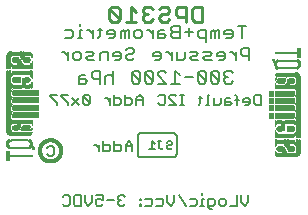
<source format=gbr>
G04 EAGLE Gerber RS-274X export*
G75*
%MOMM*%
%FSLAX34Y34*%
%LPD*%
%INSilkscreen Bottom*%
%IPPOS*%
%AMOC8*
5,1,8,0,0,1.08239X$1,22.5*%
G01*
%ADD10C,0.228600*%
%ADD11C,0.177800*%
%ADD12C,0.127000*%
%ADD13C,0.152400*%
%ADD14C,0.304800*%
%ADD15C,0.203200*%
%ADD16R,0.022863X0.462278*%
%ADD17R,0.022863X0.462281*%
%ADD18R,0.022863X0.436881*%
%ADD19R,0.023113X0.462278*%
%ADD20R,0.023113X0.462281*%
%ADD21R,0.023113X0.436881*%
%ADD22R,0.023116X0.462278*%
%ADD23R,0.023116X0.462281*%
%ADD24R,0.023116X0.436881*%
%ADD25R,0.023113X0.022863*%
%ADD26R,0.023116X0.091441*%
%ADD27R,0.023113X0.139700*%
%ADD28R,0.023116X0.185419*%
%ADD29R,0.023113X0.254000*%
%ADD30R,0.023113X0.299719*%
%ADD31R,0.023116X0.345438*%
%ADD32R,0.023113X0.391159*%
%ADD33R,0.023116X0.393700*%
%ADD34R,0.022863X0.325119*%
%ADD35R,0.022863X0.599438*%
%ADD36R,0.022863X0.622300*%
%ADD37R,0.022863X0.530859*%
%ADD38R,0.022863X0.439422*%
%ADD39R,0.022863X0.231138*%
%ADD40R,0.022863X0.071119*%
%ADD41R,0.022863X0.533400*%
%ADD42R,0.022863X0.208281*%
%ADD43R,0.023113X0.345441*%
%ADD44R,0.023113X0.576578*%
%ADD45R,0.023113X0.599438*%
%ADD46R,0.023113X0.508000*%
%ADD47R,0.023113X0.416563*%
%ADD48R,0.023113X0.208278*%
%ADD49R,0.023113X0.553722*%
%ADD50R,0.023113X0.208281*%
%ADD51R,0.023116X0.345441*%
%ADD52R,0.023116X0.530859*%
%ADD53R,0.023116X0.370841*%
%ADD54R,0.023116X0.162559*%
%ADD55R,0.023116X0.576581*%
%ADD56R,0.023116X0.208281*%
%ADD57R,0.023113X0.322578*%
%ADD58R,0.023113X0.485137*%
%ADD59R,0.023113X0.416559*%
%ADD60R,0.023113X0.347981*%
%ADD61R,0.023113X0.116838*%
%ADD62R,0.023113X0.647700*%
%ADD63R,0.023116X0.322581*%
%ADD64R,0.023116X0.485137*%
%ADD65R,0.023116X0.093978*%
%ADD66R,0.023116X0.231141*%
%ADD67R,0.023116X0.693419*%
%ADD68R,0.023113X0.322581*%
%ADD69R,0.023113X0.439419*%
%ADD70R,0.023113X0.370841*%
%ADD71R,0.023113X0.299722*%
%ADD72R,0.023113X0.045719*%
%ADD73R,0.023113X0.739138*%
%ADD74R,0.023113X0.414019*%
%ADD75R,0.023113X0.347978*%
%ADD76R,0.023113X0.762000*%
%ADD77R,0.023116X0.414019*%
%ADD78R,0.023116X0.182881*%
%ADD79R,0.023116X0.347978*%
%ADD80R,0.023116X0.276863*%
%ADD81R,0.023116X0.116841*%
%ADD82R,0.023116X0.276859*%
%ADD83R,0.023116X0.784863*%
%ADD84R,0.023113X0.325119*%
%ADD85R,0.023113X0.276863*%
%ADD86R,0.023113X0.276859*%
%ADD87R,0.023116X0.325119*%
%ADD88R,0.023116X0.391159*%
%ADD89R,0.023116X0.302259*%
%ADD90R,0.023116X0.254000*%
%ADD91R,0.023113X0.302259*%
%ADD92R,0.023113X0.393700*%
%ADD93R,0.023113X0.231141*%
%ADD94R,0.022863X0.302259*%
%ADD95R,0.022863X0.439419*%
%ADD96R,0.022863X0.368300*%
%ADD97R,0.022863X0.391159*%
%ADD98R,0.022863X0.416559*%
%ADD99R,0.022863X0.276863*%
%ADD100R,0.022863X0.205741*%
%ADD101R,0.023113X0.368300*%
%ADD102R,0.023113X0.205741*%
%ADD103R,0.023116X0.368300*%
%ADD104R,0.023116X0.205741*%
%ADD105R,0.023113X0.182881*%
%ADD106R,0.022863X0.276859*%
%ADD107R,0.022863X0.182881*%
%ADD108R,0.023113X0.924559*%
%ADD109R,0.023116X0.924559*%
%ADD110R,0.023113X0.901700*%
%ADD111R,0.023116X0.901700*%
%ADD112R,0.023113X0.878841*%
%ADD113R,0.023116X0.855981*%
%ADD114R,0.023113X0.833119*%
%ADD115R,0.022863X0.787400*%
%ADD116R,0.022863X0.414019*%
%ADD117R,0.022863X0.924559*%
%ADD118R,0.023113X0.739141*%
%ADD119R,0.023116X0.716281*%
%ADD120R,0.023116X0.299722*%
%ADD121R,0.023113X0.670559*%
%ADD122R,0.023116X0.647700*%
%ADD123R,0.023116X0.508000*%
%ADD124R,0.023116X0.299719*%
%ADD125R,0.023113X0.601981*%
%ADD126R,0.023113X0.530859*%
%ADD127R,0.023113X0.231138*%
%ADD128R,0.023113X0.556259*%
%ADD129R,0.023113X0.185419*%
%ADD130R,0.023116X0.533400*%
%ADD131R,0.023116X0.599438*%
%ADD132R,0.023116X0.416563*%
%ADD133R,0.023116X0.116838*%
%ADD134R,0.023113X0.485141*%
%ADD135R,0.023113X0.645159*%
%ADD136R,0.023113X0.716278*%
%ADD137R,0.022863X0.393700*%
%ADD138R,0.022863X0.762000*%
%ADD139R,0.022863X0.624841*%
%ADD140R,0.023113X0.784859*%
%ADD141R,0.023113X0.693422*%
%ADD142R,0.023116X0.830578*%
%ADD143R,0.023116X0.739141*%
%ADD144R,0.023113X0.876300*%
%ADD145R,0.023113X0.807722*%
%ADD146R,0.023116X0.899159*%
%ADD147R,0.023116X0.878841*%
%ADD148R,0.023113X0.922019*%
%ADD149R,0.023113X0.947419*%
%ADD150R,0.023116X0.970278*%
%ADD151R,0.023113X0.970278*%
%ADD152R,0.023116X0.439419*%
%ADD153R,0.022863X0.299722*%
%ADD154R,0.023116X0.416559*%
%ADD155R,0.023116X0.347981*%
%ADD156R,0.023113X0.137159*%
%ADD157R,0.023113X0.093978*%
%ADD158R,0.023113X0.091441*%
%ADD159R,0.023113X0.093981*%
%ADD160R,0.023113X0.114300*%
%ADD161R,0.023116X0.045719*%
%ADD162R,0.023116X0.045722*%
%ADD163R,0.023113X0.071119*%
%ADD164R,0.023113X0.116841*%
%ADD165R,0.023116X0.139700*%
%ADD166R,0.022863X0.322581*%
%ADD167R,0.022863X0.345441*%
%ADD168R,0.022863X0.162559*%
%ADD169R,0.022863X0.576581*%
%ADD170R,0.023113X0.668019*%
%ADD171R,0.023113X0.533400*%
%ADD172R,0.023116X1.455419*%
%ADD173R,0.023116X5.519419*%
%ADD174R,0.023113X1.455419*%
%ADD175R,0.023113X5.519419*%
%ADD176R,0.023116X5.494019*%
%ADD177R,0.023113X1.430019*%
%ADD178R,0.023113X5.494019*%
%ADD179R,0.023116X1.430019*%
%ADD180R,0.023116X5.471159*%
%ADD181R,0.023116X0.762000*%
%ADD182R,0.023113X1.407159*%
%ADD183R,0.023113X5.471159*%
%ADD184R,0.022863X1.384300*%
%ADD185R,0.022863X5.448300*%
%ADD186R,0.022863X0.716278*%
%ADD187R,0.022863X0.878841*%
%ADD188R,0.023113X1.361438*%
%ADD189R,0.023113X5.425438*%
%ADD190R,0.023116X1.338578*%
%ADD191R,0.023116X5.402578*%
%ADD192R,0.023116X0.624841*%
%ADD193R,0.023113X1.292859*%
%ADD194R,0.023113X5.356859*%
%ADD195R,0.023116X1.224278*%
%ADD196R,0.023116X5.288278*%


D10*
X167955Y171588D02*
X167955Y158623D01*
X161473Y158623D01*
X159312Y160784D01*
X159312Y169427D01*
X161473Y171588D01*
X167955Y171588D01*
X153923Y171588D02*
X153923Y158623D01*
X153923Y171588D02*
X147440Y171588D01*
X145279Y169427D01*
X145279Y165106D01*
X147440Y162945D01*
X153923Y162945D01*
X133407Y171588D02*
X131246Y169427D01*
X133407Y171588D02*
X137729Y171588D01*
X139890Y169427D01*
X139890Y167266D01*
X137729Y165106D01*
X133407Y165106D01*
X131246Y162945D01*
X131246Y160784D01*
X133407Y158623D01*
X137729Y158623D01*
X139890Y160784D01*
X125857Y169427D02*
X123696Y171588D01*
X119375Y171588D01*
X117214Y169427D01*
X117214Y167266D01*
X119375Y165106D01*
X121535Y165106D01*
X119375Y165106D02*
X117214Y162945D01*
X117214Y160784D01*
X119375Y158623D01*
X123696Y158623D01*
X125857Y160784D01*
X111824Y167266D02*
X107503Y171588D01*
X107503Y158623D01*
X111824Y158623D02*
X103181Y158623D01*
X97791Y160784D02*
X97791Y169427D01*
X95631Y171588D01*
X91309Y171588D01*
X89148Y169427D01*
X89148Y160784D01*
X91309Y158623D01*
X95631Y158623D01*
X97791Y160784D01*
X89148Y169427D01*
D11*
X201220Y155330D02*
X201220Y144907D01*
X197746Y155330D02*
X204695Y155330D01*
X191731Y144907D02*
X188257Y144907D01*
X191731Y144907D02*
X193468Y146644D01*
X193468Y150118D01*
X191731Y151856D01*
X188257Y151856D01*
X186520Y150118D01*
X186520Y148381D01*
X193468Y148381D01*
X182242Y144907D02*
X182242Y151856D01*
X180505Y151856D01*
X178768Y150118D01*
X178768Y144907D01*
X178768Y150118D02*
X177031Y151856D01*
X175294Y150118D01*
X175294Y144907D01*
X171016Y141433D02*
X171016Y151856D01*
X165805Y151856D01*
X164067Y150118D01*
X164067Y146644D01*
X165805Y144907D01*
X171016Y144907D01*
X159790Y150118D02*
X152841Y150118D01*
X156315Y146644D02*
X156315Y153593D01*
X148564Y155330D02*
X148564Y144907D01*
X148564Y155330D02*
X143352Y155330D01*
X141615Y153593D01*
X141615Y151856D01*
X143352Y150118D01*
X141615Y148381D01*
X141615Y146644D01*
X143352Y144907D01*
X148564Y144907D01*
X148564Y150118D02*
X143352Y150118D01*
X135600Y151856D02*
X132126Y151856D01*
X130389Y150118D01*
X130389Y144907D01*
X135600Y144907D01*
X137337Y146644D01*
X135600Y148381D01*
X130389Y148381D01*
X126111Y144907D02*
X126111Y151856D01*
X122637Y151856D02*
X126111Y148381D01*
X122637Y151856D02*
X120900Y151856D01*
X115019Y144907D02*
X111544Y144907D01*
X109807Y146644D01*
X109807Y150118D01*
X111544Y151856D01*
X115019Y151856D01*
X116756Y150118D01*
X116756Y146644D01*
X115019Y144907D01*
X105530Y144907D02*
X105530Y151856D01*
X103793Y151856D01*
X102055Y150118D01*
X102055Y144907D01*
X102055Y150118D02*
X100318Y151856D01*
X98581Y150118D01*
X98581Y144907D01*
X92566Y144907D02*
X89092Y144907D01*
X92566Y144907D02*
X94303Y146644D01*
X94303Y150118D01*
X92566Y151856D01*
X89092Y151856D01*
X87355Y150118D01*
X87355Y148381D01*
X94303Y148381D01*
X81340Y146644D02*
X81340Y153593D01*
X81340Y146644D02*
X79603Y144907D01*
X79603Y151856D02*
X83077Y151856D01*
X75593Y151856D02*
X75593Y144907D01*
X75593Y148381D02*
X72119Y151856D01*
X70382Y151856D01*
X66238Y151856D02*
X64501Y151856D01*
X64501Y144907D01*
X66238Y144907D02*
X62764Y144907D01*
X64501Y155330D02*
X64501Y157067D01*
X57017Y151856D02*
X51805Y151856D01*
X57017Y151856D02*
X58754Y150118D01*
X58754Y146644D01*
X57017Y144907D01*
X51805Y144907D01*
X207501Y137042D02*
X207501Y126619D01*
X207501Y137042D02*
X202290Y137042D01*
X200553Y135305D01*
X200553Y131830D01*
X202290Y130093D01*
X207501Y130093D01*
X196275Y126619D02*
X196275Y133568D01*
X192801Y133568D02*
X196275Y130093D01*
X192801Y133568D02*
X191064Y133568D01*
X185183Y126619D02*
X181708Y126619D01*
X185183Y126619D02*
X186920Y128356D01*
X186920Y131830D01*
X185183Y133568D01*
X181708Y133568D01*
X179971Y131830D01*
X179971Y130093D01*
X186920Y130093D01*
X175694Y126619D02*
X170482Y126619D01*
X168745Y128356D01*
X170482Y130093D01*
X173956Y130093D01*
X175694Y131830D01*
X173956Y133568D01*
X168745Y133568D01*
X164467Y126619D02*
X159256Y126619D01*
X157519Y128356D01*
X159256Y130093D01*
X162730Y130093D01*
X164467Y131830D01*
X162730Y133568D01*
X157519Y133568D01*
X153241Y133568D02*
X153241Y128356D01*
X151504Y126619D01*
X146293Y126619D01*
X146293Y133568D01*
X142015Y133568D02*
X142015Y126619D01*
X142015Y130093D02*
X138541Y133568D01*
X136803Y133568D01*
X130923Y126619D02*
X127448Y126619D01*
X130923Y126619D02*
X132660Y128356D01*
X132660Y131830D01*
X130923Y133568D01*
X127448Y133568D01*
X125711Y131830D01*
X125711Y130093D01*
X132660Y130093D01*
X104996Y137042D02*
X103259Y135305D01*
X104996Y137042D02*
X108470Y137042D01*
X110207Y135305D01*
X110207Y133568D01*
X108470Y131830D01*
X104996Y131830D01*
X103259Y130093D01*
X103259Y128356D01*
X104996Y126619D01*
X108470Y126619D01*
X110207Y128356D01*
X97244Y126619D02*
X93770Y126619D01*
X97244Y126619D02*
X98981Y128356D01*
X98981Y131830D01*
X97244Y133568D01*
X93770Y133568D01*
X92032Y131830D01*
X92032Y130093D01*
X98981Y130093D01*
X87755Y126619D02*
X87755Y133568D01*
X82543Y133568D01*
X80806Y131830D01*
X80806Y126619D01*
X76529Y126619D02*
X71317Y126619D01*
X69580Y128356D01*
X71317Y130093D01*
X74792Y130093D01*
X76529Y131830D01*
X74792Y133568D01*
X69580Y133568D01*
X63565Y126619D02*
X60091Y126619D01*
X58354Y128356D01*
X58354Y131830D01*
X60091Y133568D01*
X63565Y133568D01*
X65302Y131830D01*
X65302Y128356D01*
X63565Y126619D01*
X54076Y126619D02*
X54076Y133568D01*
X50602Y133568D02*
X54076Y130093D01*
X50602Y133568D02*
X48865Y133568D01*
D12*
X206664Y12073D02*
X206664Y6141D01*
X203698Y3175D01*
X200732Y6141D01*
X200732Y12073D01*
X197309Y12073D02*
X197309Y3175D01*
X191377Y3175D01*
X186470Y3175D02*
X183505Y3175D01*
X182022Y4658D01*
X182022Y7624D01*
X183505Y9107D01*
X186470Y9107D01*
X187953Y7624D01*
X187953Y4658D01*
X186470Y3175D01*
X175632Y209D02*
X174149Y209D01*
X172666Y1692D01*
X172666Y9107D01*
X177115Y9107D01*
X178598Y7624D01*
X178598Y4658D01*
X177115Y3175D01*
X172666Y3175D01*
X169243Y9107D02*
X167760Y9107D01*
X167760Y3175D01*
X169243Y3175D02*
X166277Y3175D01*
X167760Y12073D02*
X167760Y13556D01*
X161523Y9107D02*
X157075Y9107D01*
X161523Y9107D02*
X163006Y7624D01*
X163006Y4658D01*
X161523Y3175D01*
X157075Y3175D01*
X153651Y3175D02*
X147719Y12073D01*
X144296Y12073D02*
X144296Y6141D01*
X141330Y3175D01*
X138364Y6141D01*
X138364Y12073D01*
X133458Y9107D02*
X129009Y9107D01*
X133458Y9107D02*
X134941Y7624D01*
X134941Y4658D01*
X133458Y3175D01*
X129009Y3175D01*
X124103Y9107D02*
X119654Y9107D01*
X124103Y9107D02*
X125585Y7624D01*
X125585Y4658D01*
X124103Y3175D01*
X119654Y3175D01*
X116230Y9107D02*
X114747Y9107D01*
X114747Y7624D01*
X116230Y7624D01*
X116230Y9107D01*
X116230Y4658D02*
X114747Y4658D01*
X114747Y3175D01*
X116230Y3175D01*
X116230Y4658D01*
X102198Y10590D02*
X100715Y12073D01*
X97749Y12073D01*
X96266Y10590D01*
X96266Y9107D01*
X97749Y7624D01*
X99232Y7624D01*
X97749Y7624D02*
X96266Y6141D01*
X96266Y4658D01*
X97749Y3175D01*
X100715Y3175D01*
X102198Y4658D01*
X92842Y7624D02*
X86911Y7624D01*
X83487Y12073D02*
X77555Y12073D01*
X83487Y12073D02*
X83487Y7624D01*
X80521Y9107D01*
X79038Y9107D01*
X77555Y7624D01*
X77555Y4658D01*
X79038Y3175D01*
X82004Y3175D01*
X83487Y4658D01*
X74132Y6141D02*
X74132Y12073D01*
X74132Y6141D02*
X71166Y3175D01*
X68200Y6141D01*
X68200Y12073D01*
X64777Y12073D02*
X64777Y3175D01*
X60328Y3175D01*
X58845Y4658D01*
X58845Y10590D01*
X60328Y12073D01*
X64777Y12073D01*
X50973Y12073D02*
X49490Y10590D01*
X50973Y12073D02*
X53939Y12073D01*
X55422Y10590D01*
X55422Y4658D01*
X53939Y3175D01*
X50973Y3175D01*
X49490Y4658D01*
D11*
X191731Y116976D02*
X193468Y115239D01*
X191731Y116976D02*
X188257Y116976D01*
X186520Y115239D01*
X186520Y113502D01*
X188257Y111764D01*
X189994Y111764D01*
X188257Y111764D02*
X186520Y110027D01*
X186520Y108290D01*
X188257Y106553D01*
X191731Y106553D01*
X193468Y108290D01*
X182242Y108290D02*
X182242Y115239D01*
X180505Y116976D01*
X177031Y116976D01*
X175294Y115239D01*
X175294Y108290D01*
X177031Y106553D01*
X180505Y106553D01*
X182242Y108290D01*
X175294Y115239D01*
X171016Y115239D02*
X171016Y108290D01*
X171016Y115239D02*
X169279Y116976D01*
X165805Y116976D01*
X164067Y115239D01*
X164067Y108290D01*
X165805Y106553D01*
X169279Y106553D01*
X171016Y108290D01*
X164067Y115239D01*
X159790Y111764D02*
X152841Y111764D01*
X148564Y113502D02*
X145089Y116976D01*
X145089Y106553D01*
X141615Y106553D02*
X148564Y106553D01*
X137337Y106553D02*
X130389Y106553D01*
X137337Y106553D02*
X130389Y113502D01*
X130389Y115239D01*
X132126Y116976D01*
X135600Y116976D01*
X137337Y115239D01*
X126111Y115239D02*
X126111Y108290D01*
X126111Y115239D02*
X124374Y116976D01*
X120900Y116976D01*
X119163Y115239D01*
X119163Y108290D01*
X120900Y106553D01*
X124374Y106553D01*
X126111Y108290D01*
X119163Y115239D01*
X114885Y115239D02*
X114885Y108290D01*
X114885Y115239D02*
X113148Y116976D01*
X109673Y116976D01*
X107936Y115239D01*
X107936Y108290D01*
X109673Y106553D01*
X113148Y106553D01*
X114885Y108290D01*
X107936Y115239D01*
X92432Y116976D02*
X92432Y106553D01*
X92432Y111764D02*
X90695Y113502D01*
X87221Y113502D01*
X85484Y111764D01*
X85484Y106553D01*
X81206Y106553D02*
X81206Y116976D01*
X75995Y116976D01*
X74258Y115239D01*
X74258Y111764D01*
X75995Y110027D01*
X81206Y110027D01*
X68243Y113502D02*
X64769Y113502D01*
X63031Y111764D01*
X63031Y106553D01*
X68243Y106553D01*
X69980Y108290D01*
X68243Y110027D01*
X63031Y110027D01*
D13*
X108609Y54784D02*
X108609Y49022D01*
X108609Y54784D02*
X105728Y57665D01*
X102847Y54784D01*
X102847Y49022D01*
X102847Y53344D02*
X108609Y53344D01*
X93491Y57665D02*
X93491Y49022D01*
X97813Y49022D01*
X99254Y50463D01*
X99254Y53344D01*
X97813Y54784D01*
X93491Y54784D01*
X84136Y57665D02*
X84136Y49022D01*
X88458Y49022D01*
X89898Y50463D01*
X89898Y53344D01*
X88458Y54784D01*
X84136Y54784D01*
X80543Y54784D02*
X80543Y49022D01*
X80543Y51903D02*
X77662Y54784D01*
X76222Y54784D01*
D12*
X217578Y88265D02*
X217578Y97163D01*
X217578Y88265D02*
X213129Y88265D01*
X211646Y89748D01*
X211646Y95680D01*
X213129Y97163D01*
X217578Y97163D01*
X206740Y88265D02*
X203774Y88265D01*
X206740Y88265D02*
X208223Y89748D01*
X208223Y92714D01*
X206740Y94197D01*
X203774Y94197D01*
X202291Y92714D01*
X202291Y91231D01*
X208223Y91231D01*
X197385Y88265D02*
X197385Y95680D01*
X195902Y97163D01*
X195902Y92714D02*
X198868Y92714D01*
X191148Y94197D02*
X188182Y94197D01*
X186699Y92714D01*
X186699Y88265D01*
X191148Y88265D01*
X192631Y89748D01*
X191148Y91231D01*
X186699Y91231D01*
X183276Y89748D02*
X183276Y94197D01*
X183276Y89748D02*
X181793Y88265D01*
X177344Y88265D01*
X177344Y94197D01*
X173921Y97163D02*
X172438Y97163D01*
X172438Y88265D01*
X173921Y88265D02*
X170955Y88265D01*
X166201Y89748D02*
X166201Y95680D01*
X166201Y89748D02*
X164718Y88265D01*
X164718Y94197D02*
X167684Y94197D01*
X152092Y88265D02*
X149126Y88265D01*
X150609Y88265D02*
X150609Y97163D01*
X152092Y97163D02*
X149126Y97163D01*
X145855Y88265D02*
X139923Y88265D01*
X145855Y88265D02*
X139923Y94197D01*
X139923Y95680D01*
X141406Y97163D01*
X144372Y97163D01*
X145855Y95680D01*
X132051Y97163D02*
X130568Y95680D01*
X132051Y97163D02*
X135017Y97163D01*
X136500Y95680D01*
X136500Y89748D01*
X135017Y88265D01*
X132051Y88265D01*
X130568Y89748D01*
X117790Y88265D02*
X117790Y94197D01*
X114824Y97163D01*
X111858Y94197D01*
X111858Y88265D01*
X111858Y92714D02*
X117790Y92714D01*
X102503Y97163D02*
X102503Y88265D01*
X106951Y88265D01*
X108434Y89748D01*
X108434Y92714D01*
X106951Y94197D01*
X102503Y94197D01*
X93147Y97163D02*
X93147Y88265D01*
X97596Y88265D01*
X99079Y89748D01*
X99079Y92714D01*
X97596Y94197D01*
X93147Y94197D01*
X89724Y94197D02*
X89724Y88265D01*
X89724Y91231D02*
X86758Y94197D01*
X85275Y94197D01*
X72573Y95680D02*
X72573Y89748D01*
X72573Y95680D02*
X71090Y97163D01*
X68124Y97163D01*
X66641Y95680D01*
X66641Y89748D01*
X68124Y88265D01*
X71090Y88265D01*
X72573Y89748D01*
X66641Y95680D01*
X63218Y94197D02*
X57286Y88265D01*
X63218Y88265D02*
X57286Y94197D01*
X53862Y97163D02*
X47931Y97163D01*
X47931Y95680D01*
X53862Y89748D01*
X53862Y88265D01*
X44507Y97163D02*
X38576Y97163D01*
X38576Y95680D01*
X44507Y89748D01*
X44507Y88265D01*
D14*
X30390Y49530D02*
X30393Y49750D01*
X30401Y49971D01*
X30414Y50191D01*
X30433Y50410D01*
X30458Y50629D01*
X30487Y50848D01*
X30522Y51065D01*
X30563Y51282D01*
X30608Y51498D01*
X30659Y51712D01*
X30715Y51925D01*
X30777Y52137D01*
X30843Y52347D01*
X30915Y52555D01*
X30992Y52762D01*
X31074Y52966D01*
X31160Y53169D01*
X31252Y53369D01*
X31349Y53568D01*
X31450Y53763D01*
X31557Y53956D01*
X31668Y54147D01*
X31783Y54334D01*
X31903Y54519D01*
X32028Y54701D01*
X32157Y54879D01*
X32291Y55055D01*
X32428Y55227D01*
X32570Y55395D01*
X32716Y55561D01*
X32866Y55722D01*
X33020Y55880D01*
X33178Y56034D01*
X33339Y56184D01*
X33505Y56330D01*
X33673Y56472D01*
X33845Y56609D01*
X34021Y56743D01*
X34199Y56872D01*
X34381Y56997D01*
X34566Y57117D01*
X34753Y57232D01*
X34944Y57343D01*
X35137Y57450D01*
X35332Y57551D01*
X35531Y57648D01*
X35731Y57740D01*
X35934Y57826D01*
X36138Y57908D01*
X36345Y57985D01*
X36553Y58057D01*
X36763Y58123D01*
X36975Y58185D01*
X37188Y58241D01*
X37402Y58292D01*
X37618Y58337D01*
X37835Y58378D01*
X38052Y58413D01*
X38271Y58442D01*
X38490Y58467D01*
X38709Y58486D01*
X38929Y58499D01*
X39150Y58507D01*
X39370Y58510D01*
X39590Y58507D01*
X39811Y58499D01*
X40031Y58486D01*
X40250Y58467D01*
X40469Y58442D01*
X40688Y58413D01*
X40905Y58378D01*
X41122Y58337D01*
X41338Y58292D01*
X41552Y58241D01*
X41765Y58185D01*
X41977Y58123D01*
X42187Y58057D01*
X42395Y57985D01*
X42602Y57908D01*
X42806Y57826D01*
X43009Y57740D01*
X43209Y57648D01*
X43408Y57551D01*
X43603Y57450D01*
X43796Y57343D01*
X43987Y57232D01*
X44174Y57117D01*
X44359Y56997D01*
X44541Y56872D01*
X44719Y56743D01*
X44895Y56609D01*
X45067Y56472D01*
X45235Y56330D01*
X45401Y56184D01*
X45562Y56034D01*
X45720Y55880D01*
X45874Y55722D01*
X46024Y55561D01*
X46170Y55395D01*
X46312Y55227D01*
X46449Y55055D01*
X46583Y54879D01*
X46712Y54701D01*
X46837Y54519D01*
X46957Y54334D01*
X47072Y54147D01*
X47183Y53956D01*
X47290Y53763D01*
X47391Y53568D01*
X47488Y53369D01*
X47580Y53169D01*
X47666Y52966D01*
X47748Y52762D01*
X47825Y52555D01*
X47897Y52347D01*
X47963Y52137D01*
X48025Y51925D01*
X48081Y51712D01*
X48132Y51498D01*
X48177Y51282D01*
X48218Y51065D01*
X48253Y50848D01*
X48282Y50629D01*
X48307Y50410D01*
X48326Y50191D01*
X48339Y49971D01*
X48347Y49750D01*
X48350Y49530D01*
X48347Y49310D01*
X48339Y49089D01*
X48326Y48869D01*
X48307Y48650D01*
X48282Y48431D01*
X48253Y48212D01*
X48218Y47995D01*
X48177Y47778D01*
X48132Y47562D01*
X48081Y47348D01*
X48025Y47135D01*
X47963Y46923D01*
X47897Y46713D01*
X47825Y46505D01*
X47748Y46298D01*
X47666Y46094D01*
X47580Y45891D01*
X47488Y45691D01*
X47391Y45492D01*
X47290Y45297D01*
X47183Y45104D01*
X47072Y44913D01*
X46957Y44726D01*
X46837Y44541D01*
X46712Y44359D01*
X46583Y44181D01*
X46449Y44005D01*
X46312Y43833D01*
X46170Y43665D01*
X46024Y43499D01*
X45874Y43338D01*
X45720Y43180D01*
X45562Y43026D01*
X45401Y42876D01*
X45235Y42730D01*
X45067Y42588D01*
X44895Y42451D01*
X44719Y42317D01*
X44541Y42188D01*
X44359Y42063D01*
X44174Y41943D01*
X43987Y41828D01*
X43796Y41717D01*
X43603Y41610D01*
X43408Y41509D01*
X43209Y41412D01*
X43009Y41320D01*
X42806Y41234D01*
X42602Y41152D01*
X42395Y41075D01*
X42187Y41003D01*
X41977Y40937D01*
X41765Y40875D01*
X41552Y40819D01*
X41338Y40768D01*
X41122Y40723D01*
X40905Y40682D01*
X40688Y40647D01*
X40469Y40618D01*
X40250Y40593D01*
X40031Y40574D01*
X39811Y40561D01*
X39590Y40553D01*
X39370Y40550D01*
X39150Y40553D01*
X38929Y40561D01*
X38709Y40574D01*
X38490Y40593D01*
X38271Y40618D01*
X38052Y40647D01*
X37835Y40682D01*
X37618Y40723D01*
X37402Y40768D01*
X37188Y40819D01*
X36975Y40875D01*
X36763Y40937D01*
X36553Y41003D01*
X36345Y41075D01*
X36138Y41152D01*
X35934Y41234D01*
X35731Y41320D01*
X35531Y41412D01*
X35332Y41509D01*
X35137Y41610D01*
X34944Y41717D01*
X34753Y41828D01*
X34566Y41943D01*
X34381Y42063D01*
X34199Y42188D01*
X34021Y42317D01*
X33845Y42451D01*
X33673Y42588D01*
X33505Y42730D01*
X33339Y42876D01*
X33178Y43026D01*
X33020Y43180D01*
X32866Y43338D01*
X32716Y43499D01*
X32570Y43665D01*
X32428Y43833D01*
X32291Y44005D01*
X32157Y44181D01*
X32028Y44359D01*
X31903Y44541D01*
X31783Y44726D01*
X31668Y44913D01*
X31557Y45104D01*
X31450Y45297D01*
X31349Y45492D01*
X31252Y45691D01*
X31160Y45891D01*
X31074Y46094D01*
X30992Y46298D01*
X30915Y46505D01*
X30843Y46713D01*
X30777Y46923D01*
X30715Y47135D01*
X30659Y47348D01*
X30608Y47562D01*
X30563Y47778D01*
X30522Y47995D01*
X30487Y48212D01*
X30458Y48431D01*
X30433Y48650D01*
X30414Y48869D01*
X30401Y49089D01*
X30393Y49310D01*
X30390Y49530D01*
D15*
X36487Y52245D02*
X37843Y53601D01*
X40554Y53601D01*
X41910Y52245D01*
X41910Y46822D01*
X40554Y45466D01*
X37843Y45466D01*
X36487Y46822D01*
D16*
X224790Y79197D03*
D17*
X224790Y85446D03*
X224790Y91669D03*
D18*
X224790Y98019D03*
D19*
X225020Y79197D03*
D20*
X225020Y85446D03*
X225020Y91669D03*
D21*
X225020Y98019D03*
D22*
X225251Y79197D03*
D23*
X225251Y85446D03*
X225251Y91669D03*
D24*
X225251Y98019D03*
D19*
X225482Y79197D03*
D20*
X225482Y85446D03*
X225482Y91669D03*
D21*
X225482Y98019D03*
D22*
X225713Y79197D03*
D23*
X225713Y85446D03*
X225713Y91669D03*
D24*
X225713Y98019D03*
D19*
X225944Y79197D03*
D20*
X225944Y85446D03*
X225944Y91669D03*
D21*
X225944Y98019D03*
D19*
X226176Y79197D03*
D20*
X226176Y85446D03*
X226176Y91669D03*
D21*
X226176Y98019D03*
D22*
X226407Y79197D03*
D23*
X226407Y85446D03*
X226407Y91669D03*
D24*
X226407Y98019D03*
D19*
X226638Y79197D03*
D20*
X226638Y85446D03*
X226638Y91669D03*
D21*
X226638Y98019D03*
D22*
X226869Y79197D03*
D23*
X226869Y85446D03*
X226869Y91669D03*
D24*
X226869Y98019D03*
D19*
X227100Y79197D03*
D20*
X227100Y85446D03*
X227100Y91669D03*
D21*
X227100Y98019D03*
D16*
X227330Y79197D03*
D17*
X227330Y85446D03*
X227330Y91669D03*
D18*
X227330Y98019D03*
D19*
X227560Y79197D03*
D20*
X227560Y85446D03*
X227560Y91669D03*
D21*
X227560Y98019D03*
D25*
X227560Y126429D03*
D22*
X227791Y79197D03*
D23*
X227791Y85446D03*
X227791Y91669D03*
D24*
X227791Y98019D03*
D26*
X227791Y126314D03*
D19*
X228022Y79197D03*
D20*
X228022Y85446D03*
X228022Y91669D03*
D21*
X228022Y98019D03*
D27*
X228022Y126073D03*
D22*
X228253Y79197D03*
D23*
X228253Y85446D03*
X228253Y91669D03*
D24*
X228253Y98019D03*
D28*
X228253Y126073D03*
D19*
X228484Y79197D03*
D20*
X228484Y85446D03*
X228484Y91669D03*
D21*
X228484Y98019D03*
D29*
X228484Y125959D03*
D19*
X228716Y79197D03*
D20*
X228716Y85446D03*
X228716Y91669D03*
D21*
X228716Y98019D03*
D30*
X228716Y125730D03*
D22*
X228947Y79197D03*
D23*
X228947Y85446D03*
X228947Y91669D03*
D24*
X228947Y98019D03*
D31*
X228947Y125730D03*
D32*
X229178Y125501D03*
D33*
X229409Y125032D03*
D19*
X229640Y124003D03*
D34*
X229870Y48031D03*
D35*
X229870Y55880D03*
D36*
X229870Y63614D03*
D37*
X229870Y72631D03*
D16*
X229870Y79197D03*
D17*
X229870Y85446D03*
X229870Y91669D03*
D18*
X229870Y98019D03*
D38*
X229870Y104254D03*
D39*
X229870Y109919D03*
D40*
X229870Y113030D03*
D41*
X229870Y123190D03*
D42*
X229870Y132436D03*
D43*
X230100Y47676D03*
D44*
X230100Y55994D03*
D45*
X230100Y63500D03*
D46*
X230100Y72746D03*
D19*
X230100Y79197D03*
D20*
X230100Y85446D03*
X230100Y91669D03*
D21*
X230100Y98019D03*
D47*
X230100Y104140D03*
D48*
X230100Y110033D03*
D27*
X230100Y113373D03*
D49*
X230100Y122606D03*
D50*
X230100Y132436D03*
D51*
X230331Y47219D03*
D52*
X230331Y56223D03*
X230331Y63157D03*
D22*
X230331Y72974D03*
X230331Y79197D03*
D23*
X230331Y85446D03*
X230331Y91669D03*
D24*
X230331Y98019D03*
D53*
X230331Y103911D03*
D54*
X230331Y110261D03*
D28*
X230331Y113602D03*
D55*
X230331Y122492D03*
D56*
X230331Y132436D03*
D57*
X230562Y46876D03*
D58*
X230562Y56452D03*
D46*
X230562Y63043D03*
D59*
X230562Y73203D03*
D19*
X230562Y79197D03*
D20*
X230562Y85446D03*
X230562Y91669D03*
D21*
X230562Y98019D03*
D60*
X230562Y103797D03*
D61*
X230562Y110490D03*
D48*
X230562Y113716D03*
D62*
X230562Y122619D03*
D50*
X230562Y132436D03*
D63*
X230793Y46647D03*
D22*
X230793Y56566D03*
D64*
X230793Y62929D03*
D33*
X230793Y73317D03*
D22*
X230793Y79197D03*
D23*
X230793Y85446D03*
X230793Y91669D03*
D24*
X230793Y98019D03*
D63*
X230793Y103670D03*
D65*
X230793Y110604D03*
D66*
X230793Y113830D03*
D67*
X230793Y122619D03*
D56*
X230793Y132436D03*
D68*
X231024Y46419D03*
D69*
X231024Y56680D03*
D19*
X231024Y62814D03*
D70*
X231024Y73431D03*
D19*
X231024Y79197D03*
D20*
X231024Y85446D03*
X231024Y91669D03*
D21*
X231024Y98019D03*
D71*
X231024Y103556D03*
D72*
X231024Y110846D03*
D29*
X231024Y113944D03*
D73*
X231024Y122619D03*
D50*
X231024Y132436D03*
D68*
X231256Y46190D03*
D74*
X231256Y56807D03*
D69*
X231256Y62700D03*
D75*
X231256Y73546D03*
D19*
X231256Y79197D03*
D20*
X231256Y85446D03*
X231256Y91669D03*
D21*
X231256Y98019D03*
D71*
X231256Y103556D03*
D29*
X231256Y113944D03*
D76*
X231256Y122504D03*
D50*
X231256Y132436D03*
D63*
X231487Y46190D03*
D66*
X231487Y51270D03*
D77*
X231487Y56807D03*
X231487Y62573D03*
D78*
X231487Y68351D03*
D79*
X231487Y73546D03*
D22*
X231487Y79197D03*
D23*
X231487Y85446D03*
X231487Y91669D03*
D24*
X231487Y98019D03*
D80*
X231487Y103442D03*
D81*
X231487Y108179D03*
D82*
X231487Y114059D03*
D83*
X231487Y122619D03*
D56*
X231487Y132436D03*
D84*
X231718Y45949D03*
D68*
X231718Y51270D03*
D32*
X231718Y56921D03*
D74*
X231718Y62573D03*
D84*
X231718Y68351D03*
X231718Y73660D03*
D19*
X231718Y79197D03*
D20*
X231718Y85446D03*
X231718Y91669D03*
D21*
X231718Y98019D03*
D85*
X231718Y103442D03*
D86*
X231718Y108293D03*
X231718Y114059D03*
D85*
X231718Y120079D03*
D86*
X231718Y125387D03*
D50*
X231718Y132436D03*
D87*
X231949Y45949D03*
D53*
X231949Y51257D03*
D88*
X231949Y56921D03*
D77*
X231949Y62573D03*
D53*
X231949Y68351D03*
D87*
X231949Y73660D03*
D22*
X231949Y79197D03*
D23*
X231949Y85446D03*
X231949Y91669D03*
D24*
X231949Y98019D03*
D80*
X231949Y103442D03*
D51*
X231949Y108407D03*
D89*
X231949Y114186D03*
D90*
X231949Y119736D03*
D66*
X231949Y125616D03*
D56*
X231949Y132436D03*
D84*
X232180Y45949D03*
D59*
X232180Y51257D03*
D32*
X232180Y56921D03*
X232180Y62459D03*
D59*
X232180Y68351D03*
D91*
X232180Y73774D03*
D19*
X232180Y79197D03*
D20*
X232180Y85446D03*
X232180Y91669D03*
D21*
X232180Y98019D03*
D85*
X232180Y103442D03*
D92*
X232180Y108649D03*
D91*
X232180Y114186D03*
D93*
X232180Y119621D03*
D50*
X232180Y125730D03*
X232180Y132436D03*
D94*
X232410Y45834D03*
D95*
X232410Y51143D03*
D96*
X232410Y57036D03*
D97*
X232410Y62459D03*
D98*
X232410Y68351D03*
D94*
X232410Y73774D03*
D16*
X232410Y79197D03*
D17*
X232410Y85446D03*
X232410Y91669D03*
D18*
X232410Y98019D03*
D99*
X232410Y103442D03*
D95*
X232410Y108649D03*
D94*
X232410Y114186D03*
D100*
X232410Y119494D03*
D42*
X232410Y125730D03*
X232410Y132436D03*
D91*
X232640Y45834D03*
D19*
X232640Y51257D03*
D101*
X232640Y57036D03*
D32*
X232640Y62459D03*
D20*
X232640Y68351D03*
D91*
X232640Y73774D03*
D19*
X232640Y79197D03*
D20*
X232640Y85446D03*
X232640Y91669D03*
D21*
X232640Y98019D03*
D85*
X232640Y103442D03*
D19*
X232640Y108763D03*
D91*
X232640Y114186D03*
D102*
X232640Y119494D03*
D50*
X232640Y125959D03*
X232640Y132436D03*
D89*
X232871Y45834D03*
D22*
X232871Y51257D03*
D103*
X232871Y57036D03*
D88*
X232871Y62459D03*
D23*
X232871Y68351D03*
D89*
X232871Y73774D03*
D22*
X232871Y79197D03*
D23*
X232871Y85446D03*
X232871Y91669D03*
D24*
X232871Y98019D03*
D80*
X232871Y103442D03*
D22*
X232871Y108763D03*
D89*
X232871Y114186D03*
D104*
X232871Y119494D03*
D56*
X232871Y125959D03*
X232871Y132436D03*
D91*
X233102Y45834D03*
D19*
X233102Y51257D03*
D101*
X233102Y57036D03*
X233102Y62344D03*
D20*
X233102Y68351D03*
D91*
X233102Y73774D03*
D19*
X233102Y79197D03*
D20*
X233102Y85446D03*
X233102Y91669D03*
D21*
X233102Y98019D03*
D85*
X233102Y103442D03*
D19*
X233102Y108763D03*
D91*
X233102Y114186D03*
D102*
X233102Y119494D03*
D50*
X233102Y125959D03*
X233102Y132436D03*
D89*
X233333Y45834D03*
D22*
X233333Y51257D03*
D103*
X233333Y57036D03*
X233333Y62344D03*
D23*
X233333Y68351D03*
D89*
X233333Y73774D03*
D22*
X233333Y79197D03*
D23*
X233333Y85446D03*
X233333Y91669D03*
D24*
X233333Y98019D03*
D80*
X233333Y103442D03*
D22*
X233333Y108763D03*
D89*
X233333Y114186D03*
D78*
X233333Y119380D03*
D56*
X233333Y125959D03*
X233333Y132436D03*
D91*
X233564Y45834D03*
D19*
X233564Y51257D03*
D101*
X233564Y57036D03*
X233564Y62344D03*
D20*
X233564Y68351D03*
D91*
X233564Y73774D03*
D19*
X233564Y79197D03*
D20*
X233564Y85446D03*
X233564Y91669D03*
D21*
X233564Y98019D03*
D85*
X233564Y103442D03*
D19*
X233564Y108763D03*
D91*
X233564Y114186D03*
D105*
X233564Y119380D03*
D50*
X233564Y125959D03*
X233564Y132436D03*
D91*
X233796Y45834D03*
D19*
X233796Y51257D03*
D101*
X233796Y57036D03*
X233796Y62344D03*
D20*
X233796Y68351D03*
D86*
X233796Y73901D03*
D19*
X233796Y79197D03*
D20*
X233796Y85446D03*
X233796Y91669D03*
D21*
X233796Y98019D03*
D85*
X233796Y103442D03*
D19*
X233796Y108763D03*
D91*
X233796Y114186D03*
D105*
X233796Y119380D03*
D50*
X233796Y125959D03*
X233796Y132436D03*
D89*
X234027Y45834D03*
D22*
X234027Y51257D03*
D103*
X234027Y57036D03*
X234027Y62344D03*
D23*
X234027Y68351D03*
D82*
X234027Y73901D03*
D22*
X234027Y79197D03*
D23*
X234027Y85446D03*
X234027Y91669D03*
D24*
X234027Y98019D03*
D80*
X234027Y103442D03*
D22*
X234027Y108763D03*
D89*
X234027Y114186D03*
D78*
X234027Y119380D03*
D56*
X234027Y125959D03*
X234027Y132436D03*
D91*
X234258Y45834D03*
D19*
X234258Y51257D03*
D101*
X234258Y57036D03*
X234258Y62344D03*
D20*
X234258Y68351D03*
D86*
X234258Y73901D03*
D19*
X234258Y79197D03*
D20*
X234258Y85446D03*
X234258Y91669D03*
D21*
X234258Y98019D03*
D85*
X234258Y103442D03*
D19*
X234258Y108763D03*
D91*
X234258Y114186D03*
D105*
X234258Y119380D03*
D50*
X234258Y125959D03*
X234258Y132436D03*
D89*
X234489Y45834D03*
D22*
X234489Y51257D03*
D103*
X234489Y57036D03*
X234489Y62344D03*
D23*
X234489Y68351D03*
D82*
X234489Y73901D03*
D22*
X234489Y79197D03*
D23*
X234489Y85446D03*
X234489Y91669D03*
D24*
X234489Y98019D03*
D80*
X234489Y103442D03*
D22*
X234489Y108763D03*
D89*
X234489Y114186D03*
D78*
X234489Y119380D03*
D56*
X234489Y125959D03*
X234489Y132436D03*
D91*
X234720Y45834D03*
D19*
X234720Y51257D03*
D101*
X234720Y57036D03*
X234720Y62344D03*
D20*
X234720Y68351D03*
D86*
X234720Y73901D03*
D19*
X234720Y79197D03*
D20*
X234720Y85446D03*
X234720Y91669D03*
D21*
X234720Y98019D03*
D85*
X234720Y103442D03*
D19*
X234720Y108763D03*
D91*
X234720Y114186D03*
D105*
X234720Y119380D03*
D50*
X234720Y125959D03*
X234720Y132436D03*
D94*
X234950Y45834D03*
D16*
X234950Y51257D03*
D96*
X234950Y57036D03*
X234950Y62344D03*
D17*
X234950Y68351D03*
D106*
X234950Y73901D03*
D16*
X234950Y79197D03*
D17*
X234950Y85446D03*
X234950Y91669D03*
D18*
X234950Y98019D03*
D99*
X234950Y103442D03*
D16*
X234950Y108763D03*
D94*
X234950Y114186D03*
D107*
X234950Y119380D03*
D42*
X234950Y125959D03*
X234950Y132436D03*
D91*
X235180Y45834D03*
D19*
X235180Y51257D03*
D101*
X235180Y57036D03*
X235180Y62344D03*
D20*
X235180Y68351D03*
D86*
X235180Y73901D03*
D19*
X235180Y79197D03*
D20*
X235180Y85446D03*
X235180Y91669D03*
D21*
X235180Y98019D03*
D85*
X235180Y103442D03*
D19*
X235180Y108763D03*
D91*
X235180Y114186D03*
D105*
X235180Y119380D03*
D50*
X235180Y125959D03*
X235180Y132436D03*
D89*
X235411Y45834D03*
D22*
X235411Y51257D03*
D103*
X235411Y57036D03*
X235411Y62344D03*
D23*
X235411Y68351D03*
D82*
X235411Y73901D03*
D22*
X235411Y79197D03*
D23*
X235411Y85446D03*
X235411Y91669D03*
D24*
X235411Y98019D03*
D80*
X235411Y103442D03*
D22*
X235411Y108763D03*
D89*
X235411Y114186D03*
D78*
X235411Y119380D03*
D56*
X235411Y125959D03*
X235411Y132436D03*
D91*
X235642Y45834D03*
D19*
X235642Y51257D03*
D101*
X235642Y57036D03*
X235642Y62344D03*
D108*
X235642Y70663D03*
D19*
X235642Y79197D03*
D20*
X235642Y85446D03*
X235642Y91669D03*
D21*
X235642Y98019D03*
D85*
X235642Y103442D03*
D19*
X235642Y108763D03*
D91*
X235642Y114186D03*
D105*
X235642Y119380D03*
D50*
X235642Y125959D03*
X235642Y132436D03*
D89*
X235873Y45834D03*
D22*
X235873Y51257D03*
D103*
X235873Y57036D03*
X235873Y62344D03*
D109*
X235873Y70663D03*
D22*
X235873Y79197D03*
D23*
X235873Y85446D03*
X235873Y91669D03*
D24*
X235873Y98019D03*
D80*
X235873Y103442D03*
D22*
X235873Y108763D03*
D89*
X235873Y114186D03*
D78*
X235873Y119380D03*
D56*
X235873Y125959D03*
X235873Y132436D03*
D91*
X236104Y45834D03*
D69*
X236104Y51143D03*
D101*
X236104Y57036D03*
X236104Y62344D03*
D108*
X236104Y70663D03*
D19*
X236104Y79197D03*
D20*
X236104Y85446D03*
X236104Y91669D03*
D21*
X236104Y98019D03*
D85*
X236104Y103442D03*
D19*
X236104Y108763D03*
D91*
X236104Y114186D03*
D105*
X236104Y119380D03*
D50*
X236104Y125959D03*
X236104Y132436D03*
D110*
X236336Y48832D03*
D101*
X236336Y57036D03*
X236336Y62344D03*
D108*
X236336Y70663D03*
D19*
X236336Y79197D03*
D20*
X236336Y85446D03*
X236336Y91669D03*
D21*
X236336Y98019D03*
D85*
X236336Y103442D03*
D19*
X236336Y108763D03*
D91*
X236336Y114186D03*
D105*
X236336Y119380D03*
D50*
X236336Y125959D03*
X236336Y132436D03*
D111*
X236567Y48832D03*
D103*
X236567Y57036D03*
X236567Y62344D03*
D109*
X236567Y70663D03*
D22*
X236567Y79197D03*
D23*
X236567Y85446D03*
X236567Y91669D03*
D24*
X236567Y98019D03*
D80*
X236567Y103442D03*
D22*
X236567Y108763D03*
D89*
X236567Y114186D03*
D78*
X236567Y119380D03*
D56*
X236567Y125959D03*
X236567Y132436D03*
D112*
X236798Y48717D03*
D32*
X236798Y56921D03*
D101*
X236798Y62344D03*
D108*
X236798Y70663D03*
D19*
X236798Y79197D03*
D20*
X236798Y85446D03*
X236798Y91669D03*
D21*
X236798Y98019D03*
D85*
X236798Y103442D03*
D19*
X236798Y108763D03*
D91*
X236798Y114186D03*
D105*
X236798Y119380D03*
D50*
X236798Y125959D03*
X236798Y132436D03*
D113*
X237029Y48603D03*
D88*
X237029Y56921D03*
D103*
X237029Y62344D03*
D109*
X237029Y70663D03*
D22*
X237029Y79197D03*
D23*
X237029Y85446D03*
X237029Y91669D03*
D24*
X237029Y98019D03*
D80*
X237029Y103442D03*
D22*
X237029Y108763D03*
D89*
X237029Y114186D03*
D78*
X237029Y119380D03*
D56*
X237029Y125959D03*
X237029Y132436D03*
D114*
X237260Y48489D03*
D74*
X237260Y56807D03*
D101*
X237260Y62344D03*
D108*
X237260Y70663D03*
D19*
X237260Y79197D03*
D20*
X237260Y85446D03*
X237260Y91669D03*
D21*
X237260Y98019D03*
D85*
X237260Y103442D03*
D69*
X237260Y108877D03*
D91*
X237260Y114186D03*
D105*
X237260Y119380D03*
D50*
X237260Y125959D03*
X237260Y132436D03*
D115*
X237490Y48260D03*
D116*
X237490Y56807D03*
D96*
X237490Y62344D03*
D117*
X237490Y70663D03*
D16*
X237490Y79197D03*
D17*
X237490Y85446D03*
X237490Y91669D03*
D18*
X237490Y98019D03*
D99*
X237490Y103442D03*
D95*
X237490Y108877D03*
D94*
X237490Y114186D03*
D107*
X237490Y119380D03*
D42*
X237490Y125959D03*
X237490Y132436D03*
D118*
X237720Y48019D03*
D69*
X237720Y56680D03*
D101*
X237720Y62344D03*
D108*
X237720Y70663D03*
D19*
X237720Y79197D03*
D20*
X237720Y85446D03*
X237720Y91669D03*
D21*
X237720Y98019D03*
D71*
X237720Y103556D03*
D59*
X237720Y108991D03*
D91*
X237720Y114186D03*
D105*
X237720Y119380D03*
D50*
X237720Y125959D03*
X237720Y132436D03*
D119*
X237951Y47904D03*
D22*
X237951Y56566D03*
D103*
X237951Y62344D03*
D109*
X237951Y70663D03*
D22*
X237951Y79197D03*
D23*
X237951Y85446D03*
X237951Y91669D03*
D24*
X237951Y98019D03*
D120*
X237951Y103556D03*
D33*
X237951Y109106D03*
D89*
X237951Y114186D03*
D78*
X237951Y119380D03*
D56*
X237951Y125959D03*
X237951Y132436D03*
D121*
X238182Y47676D03*
D58*
X238182Y56452D03*
D101*
X238182Y62344D03*
D108*
X238182Y70663D03*
D19*
X238182Y79197D03*
D20*
X238182Y85446D03*
X238182Y91669D03*
D21*
X238182Y98019D03*
D68*
X238182Y103670D03*
D75*
X238182Y109334D03*
D91*
X238182Y114186D03*
D105*
X238182Y119380D03*
D50*
X238182Y125959D03*
X238182Y132436D03*
D122*
X238413Y47562D03*
D123*
X238413Y56337D03*
D103*
X238413Y62344D03*
D82*
X238413Y73901D03*
D22*
X238413Y79197D03*
D23*
X238413Y85446D03*
X238413Y91669D03*
D24*
X238413Y98019D03*
D63*
X238413Y103670D03*
D124*
X238413Y109576D03*
D89*
X238413Y114186D03*
D78*
X238413Y119380D03*
D56*
X238413Y125959D03*
X238413Y132436D03*
D125*
X238644Y47333D03*
D126*
X238644Y56223D03*
D101*
X238644Y62344D03*
D86*
X238644Y73901D03*
D19*
X238644Y79197D03*
D20*
X238644Y85446D03*
X238644Y91669D03*
D21*
X238644Y98019D03*
D60*
X238644Y103797D03*
D127*
X238644Y109919D03*
D91*
X238644Y114186D03*
D105*
X238644Y119380D03*
D50*
X238644Y125959D03*
X238644Y132436D03*
D128*
X238876Y47104D03*
D44*
X238876Y55994D03*
D101*
X238876Y62344D03*
D86*
X238876Y73901D03*
D19*
X238876Y79197D03*
D20*
X238876Y85446D03*
X238876Y91669D03*
D21*
X238876Y98019D03*
D70*
X238876Y103911D03*
D129*
X238876Y110147D03*
D91*
X238876Y114186D03*
D105*
X238876Y119380D03*
D50*
X238876Y125959D03*
X238876Y132436D03*
D130*
X239107Y46990D03*
D131*
X239107Y55880D03*
D103*
X239107Y62344D03*
D82*
X239107Y73901D03*
D22*
X239107Y79197D03*
D23*
X239107Y85446D03*
X239107Y91669D03*
D24*
X239107Y98019D03*
D132*
X239107Y104140D03*
D133*
X239107Y110490D03*
D89*
X239107Y114186D03*
D78*
X239107Y119380D03*
D56*
X239107Y125959D03*
X239107Y132436D03*
D134*
X239338Y46749D03*
D135*
X239338Y55651D03*
D101*
X239338Y62344D03*
D86*
X239338Y73901D03*
D19*
X239338Y79197D03*
D20*
X239338Y85446D03*
X239338Y91669D03*
D21*
X239338Y98019D03*
D20*
X239338Y104369D03*
D72*
X239338Y110846D03*
D91*
X239338Y114186D03*
D105*
X239338Y119380D03*
D50*
X239338Y125959D03*
X239338Y132436D03*
D23*
X239569Y46634D03*
D67*
X239569Y55410D03*
D103*
X239569Y62344D03*
D82*
X239569Y73901D03*
D22*
X239569Y79197D03*
D23*
X239569Y85446D03*
X239569Y91669D03*
D24*
X239569Y98019D03*
D123*
X239569Y104597D03*
D89*
X239569Y114186D03*
D78*
X239569Y119380D03*
D56*
X239569Y125959D03*
X239569Y132436D03*
D59*
X239800Y46406D03*
D136*
X239800Y55296D03*
D101*
X239800Y62344D03*
D86*
X239800Y73901D03*
D19*
X239800Y79197D03*
D20*
X239800Y85446D03*
X239800Y91669D03*
D21*
X239800Y98019D03*
D49*
X239800Y104826D03*
D91*
X239800Y114186D03*
D105*
X239800Y119380D03*
D50*
X239800Y125959D03*
X239800Y132436D03*
D137*
X240030Y46292D03*
D138*
X240030Y55067D03*
D96*
X240030Y62344D03*
D17*
X240030Y68351D03*
D106*
X240030Y73901D03*
D16*
X240030Y79197D03*
D17*
X240030Y85446D03*
X240030Y91669D03*
D18*
X240030Y98019D03*
D139*
X240030Y105181D03*
D94*
X240030Y114186D03*
D107*
X240030Y119380D03*
D42*
X240030Y125959D03*
X240030Y132436D03*
D70*
X240260Y46177D03*
D140*
X240260Y54953D03*
D101*
X240260Y62344D03*
D20*
X240260Y68351D03*
D86*
X240260Y73901D03*
D19*
X240260Y79197D03*
D20*
X240260Y85446D03*
X240260Y91669D03*
D21*
X240260Y98019D03*
D141*
X240260Y105524D03*
D91*
X240260Y114186D03*
D105*
X240260Y119380D03*
D50*
X240260Y125959D03*
X240260Y132436D03*
D53*
X240491Y46177D03*
D142*
X240491Y54724D03*
D103*
X240491Y62344D03*
D23*
X240491Y68351D03*
D82*
X240491Y73901D03*
D22*
X240491Y79197D03*
D23*
X240491Y85446D03*
X240491Y91669D03*
D24*
X240491Y98019D03*
D143*
X240491Y105753D03*
D89*
X240491Y114186D03*
D78*
X240491Y119380D03*
D56*
X240491Y125959D03*
X240491Y132436D03*
D60*
X240722Y46063D03*
D144*
X240722Y54496D03*
D101*
X240722Y62344D03*
D20*
X240722Y68351D03*
D86*
X240722Y73901D03*
D19*
X240722Y79197D03*
D20*
X240722Y85446D03*
X240722Y91669D03*
D21*
X240722Y98019D03*
D145*
X240722Y106096D03*
D91*
X240722Y114186D03*
D105*
X240722Y119380D03*
D50*
X240722Y125959D03*
X240722Y132436D03*
D87*
X240953Y45949D03*
D146*
X240953Y54381D03*
D103*
X240953Y62344D03*
D23*
X240953Y68351D03*
D82*
X240953Y73901D03*
D22*
X240953Y79197D03*
D23*
X240953Y85446D03*
X240953Y91669D03*
D24*
X240953Y98019D03*
D147*
X240953Y106451D03*
D89*
X240953Y114186D03*
D78*
X240953Y119380D03*
D56*
X240953Y125959D03*
X240953Y132436D03*
D84*
X241184Y45949D03*
D148*
X241184Y54267D03*
D101*
X241184Y62344D03*
D20*
X241184Y68351D03*
D86*
X241184Y73901D03*
D19*
X241184Y79197D03*
D20*
X241184Y85446D03*
X241184Y91669D03*
D21*
X241184Y98019D03*
D110*
X241184Y106566D03*
D91*
X241184Y114186D03*
D105*
X241184Y119380D03*
D50*
X241184Y125959D03*
X241184Y132436D03*
D84*
X241416Y45949D03*
D149*
X241416Y54140D03*
D101*
X241416Y62344D03*
D20*
X241416Y68351D03*
D86*
X241416Y73901D03*
D19*
X241416Y79197D03*
D20*
X241416Y85446D03*
X241416Y91669D03*
D21*
X241416Y98019D03*
D110*
X241416Y106566D03*
D91*
X241416Y114186D03*
D105*
X241416Y119380D03*
D50*
X241416Y125959D03*
X241416Y132436D03*
D89*
X241647Y45834D03*
D150*
X241647Y54026D03*
D103*
X241647Y62344D03*
D23*
X241647Y68351D03*
D82*
X241647Y73901D03*
D22*
X241647Y79197D03*
D23*
X241647Y85446D03*
X241647Y91669D03*
D24*
X241647Y98019D03*
D111*
X241647Y106566D03*
D89*
X241647Y114186D03*
D78*
X241647Y119380D03*
D56*
X241647Y125959D03*
X241647Y132436D03*
D91*
X241878Y45834D03*
D151*
X241878Y54026D03*
D101*
X241878Y62344D03*
D20*
X241878Y68351D03*
D86*
X241878Y73901D03*
D19*
X241878Y79197D03*
D20*
X241878Y85446D03*
X241878Y91669D03*
D21*
X241878Y98019D03*
D110*
X241878Y106566D03*
D91*
X241878Y114186D03*
D105*
X241878Y119380D03*
D50*
X241878Y125959D03*
X241878Y132436D03*
D89*
X242109Y45834D03*
D22*
X242109Y51257D03*
D103*
X242109Y57036D03*
X242109Y62344D03*
D23*
X242109Y68351D03*
D82*
X242109Y73901D03*
D22*
X242109Y79197D03*
D23*
X242109Y85446D03*
X242109Y91669D03*
D24*
X242109Y98019D03*
D111*
X242109Y106566D03*
D89*
X242109Y114186D03*
D78*
X242109Y119380D03*
D56*
X242109Y125959D03*
X242109Y132436D03*
D91*
X242340Y45834D03*
D19*
X242340Y51257D03*
D101*
X242340Y57036D03*
X242340Y62344D03*
D20*
X242340Y68351D03*
D86*
X242340Y73901D03*
D19*
X242340Y79197D03*
D20*
X242340Y85446D03*
X242340Y91669D03*
D21*
X242340Y98019D03*
D85*
X242340Y103442D03*
D69*
X242340Y108877D03*
D91*
X242340Y114186D03*
D105*
X242340Y119380D03*
D50*
X242340Y125959D03*
X242340Y132436D03*
D94*
X242570Y45834D03*
D16*
X242570Y51257D03*
D96*
X242570Y57036D03*
X242570Y62344D03*
D17*
X242570Y68351D03*
D106*
X242570Y73901D03*
D16*
X242570Y79197D03*
D17*
X242570Y85446D03*
X242570Y91669D03*
D18*
X242570Y98019D03*
D99*
X242570Y103442D03*
D95*
X242570Y108877D03*
D94*
X242570Y114186D03*
D107*
X242570Y119380D03*
D42*
X242570Y125959D03*
X242570Y132436D03*
D91*
X242800Y45834D03*
D19*
X242800Y51257D03*
D101*
X242800Y57036D03*
X242800Y62344D03*
D20*
X242800Y68351D03*
D86*
X242800Y73901D03*
D19*
X242800Y79197D03*
D20*
X242800Y85446D03*
X242800Y91669D03*
D21*
X242800Y98019D03*
D85*
X242800Y103442D03*
D69*
X242800Y108877D03*
D91*
X242800Y114186D03*
D105*
X242800Y119380D03*
D50*
X242800Y125959D03*
X242800Y132436D03*
D89*
X243031Y45834D03*
D22*
X243031Y51257D03*
D103*
X243031Y57036D03*
X243031Y62344D03*
D23*
X243031Y68351D03*
D82*
X243031Y73901D03*
D22*
X243031Y79197D03*
D23*
X243031Y85446D03*
X243031Y91669D03*
D24*
X243031Y98019D03*
D80*
X243031Y103442D03*
D152*
X243031Y108877D03*
D89*
X243031Y114186D03*
D78*
X243031Y119380D03*
D56*
X243031Y125959D03*
X243031Y132436D03*
D91*
X243262Y45834D03*
D19*
X243262Y51257D03*
D101*
X243262Y57036D03*
X243262Y62344D03*
D20*
X243262Y68351D03*
D86*
X243262Y73901D03*
D19*
X243262Y79197D03*
D20*
X243262Y85446D03*
X243262Y91669D03*
D21*
X243262Y98019D03*
D85*
X243262Y103442D03*
D69*
X243262Y108877D03*
D91*
X243262Y114186D03*
D105*
X243262Y119380D03*
D50*
X243262Y125959D03*
X243262Y132436D03*
D89*
X243493Y45834D03*
D22*
X243493Y51257D03*
D103*
X243493Y57036D03*
X243493Y62344D03*
D23*
X243493Y68351D03*
D82*
X243493Y73901D03*
D22*
X243493Y79197D03*
D23*
X243493Y85446D03*
X243493Y91669D03*
D24*
X243493Y98019D03*
D80*
X243493Y103442D03*
D152*
X243493Y108877D03*
D89*
X243493Y114186D03*
D78*
X243493Y119380D03*
D56*
X243493Y125959D03*
X243493Y132436D03*
D91*
X243724Y45834D03*
D19*
X243724Y51257D03*
D101*
X243724Y57036D03*
X243724Y62344D03*
D20*
X243724Y68351D03*
D86*
X243724Y73901D03*
D19*
X243724Y79197D03*
D20*
X243724Y85446D03*
X243724Y91669D03*
D21*
X243724Y98019D03*
D85*
X243724Y103442D03*
D69*
X243724Y108877D03*
D91*
X243724Y114186D03*
D105*
X243724Y119380D03*
D50*
X243724Y125959D03*
X243724Y132436D03*
D91*
X243956Y45834D03*
D19*
X243956Y51257D03*
D101*
X243956Y57036D03*
X243956Y62344D03*
D20*
X243956Y68351D03*
D86*
X243956Y73901D03*
D19*
X243956Y79197D03*
D20*
X243956Y85446D03*
X243956Y91669D03*
D21*
X243956Y98019D03*
D85*
X243956Y103442D03*
D69*
X243956Y108877D03*
D91*
X243956Y114186D03*
D105*
X243956Y119380D03*
D50*
X243956Y125959D03*
X243956Y132436D03*
D89*
X244187Y45834D03*
D22*
X244187Y51257D03*
D103*
X244187Y57036D03*
X244187Y62344D03*
D23*
X244187Y68351D03*
D82*
X244187Y73901D03*
D22*
X244187Y79197D03*
D23*
X244187Y85446D03*
X244187Y91669D03*
D24*
X244187Y98019D03*
D80*
X244187Y103442D03*
D152*
X244187Y108877D03*
D89*
X244187Y114186D03*
D78*
X244187Y119380D03*
D56*
X244187Y125959D03*
X244187Y132436D03*
D91*
X244418Y45834D03*
D19*
X244418Y51257D03*
D101*
X244418Y57036D03*
X244418Y62344D03*
D20*
X244418Y68351D03*
D91*
X244418Y73774D03*
D19*
X244418Y79197D03*
D20*
X244418Y85446D03*
X244418Y91669D03*
D21*
X244418Y98019D03*
D85*
X244418Y103442D03*
D69*
X244418Y108877D03*
D91*
X244418Y114186D03*
D105*
X244418Y119380D03*
D50*
X244418Y125959D03*
X244418Y132436D03*
D89*
X244649Y45834D03*
D22*
X244649Y51257D03*
D103*
X244649Y57036D03*
X244649Y62344D03*
D23*
X244649Y68351D03*
D89*
X244649Y73774D03*
D22*
X244649Y79197D03*
D23*
X244649Y85446D03*
X244649Y91669D03*
D24*
X244649Y98019D03*
D80*
X244649Y103442D03*
D152*
X244649Y108877D03*
D89*
X244649Y114186D03*
D78*
X244649Y119380D03*
D56*
X244649Y125959D03*
X244649Y132436D03*
D91*
X244880Y45834D03*
D19*
X244880Y51257D03*
D101*
X244880Y57036D03*
X244880Y62344D03*
D20*
X244880Y68351D03*
D91*
X244880Y73774D03*
D19*
X244880Y79197D03*
D20*
X244880Y85446D03*
X244880Y91669D03*
D21*
X244880Y98019D03*
D71*
X244880Y103556D03*
D69*
X244880Y108877D03*
D91*
X244880Y114186D03*
D105*
X244880Y119380D03*
D50*
X244880Y125959D03*
X244880Y132436D03*
D94*
X245110Y45834D03*
D16*
X245110Y51257D03*
D96*
X245110Y57036D03*
D97*
X245110Y62459D03*
D17*
X245110Y68351D03*
D94*
X245110Y73774D03*
D16*
X245110Y79197D03*
D17*
X245110Y85446D03*
X245110Y91669D03*
D18*
X245110Y98019D03*
D153*
X245110Y103556D03*
D95*
X245110Y108877D03*
D94*
X245110Y114186D03*
D107*
X245110Y119380D03*
D42*
X245110Y125959D03*
X245110Y132436D03*
D91*
X245340Y45834D03*
D69*
X245340Y51143D03*
D101*
X245340Y57036D03*
D32*
X245340Y62459D03*
D69*
X245340Y68237D03*
D91*
X245340Y73774D03*
D19*
X245340Y79197D03*
D20*
X245340Y85446D03*
X245340Y91669D03*
D21*
X245340Y98019D03*
D71*
X245340Y103556D03*
D59*
X245340Y108763D03*
D91*
X245340Y114186D03*
D105*
X245340Y119380D03*
D50*
X245340Y125959D03*
X245340Y132436D03*
D89*
X245571Y45834D03*
D154*
X245571Y51257D03*
D88*
X245571Y56921D03*
X245571Y62459D03*
D154*
X245571Y68351D03*
D89*
X245571Y73774D03*
D152*
X245571Y79312D03*
X245571Y85560D03*
X245571Y91783D03*
D77*
X245571Y98133D03*
D120*
X245571Y103556D03*
D154*
X245571Y108763D03*
D87*
X245571Y114071D03*
D78*
X245571Y119380D03*
D56*
X245571Y125959D03*
X245571Y132436D03*
D84*
X245802Y45949D03*
D59*
X245802Y51257D03*
D32*
X245802Y56921D03*
X245802Y62459D03*
D59*
X245802Y68351D03*
D91*
X245802Y73774D03*
D101*
X245802Y79439D03*
X245802Y85662D03*
D70*
X245802Y91897D03*
D32*
X245802Y98247D03*
D68*
X245802Y103442D03*
D70*
X245802Y108763D03*
D84*
X245802Y114071D03*
D105*
X245802Y119380D03*
D50*
X245802Y125959D03*
X245802Y132436D03*
D87*
X246033Y45949D03*
D53*
X246033Y51257D03*
D88*
X246033Y56921D03*
D77*
X246033Y62573D03*
D53*
X246033Y68351D03*
D87*
X246033Y73660D03*
D63*
X246033Y79667D03*
D51*
X246033Y85776D03*
D63*
X246033Y92139D03*
X246033Y98362D03*
D51*
X246033Y103556D03*
D155*
X246033Y108877D03*
D87*
X246033Y114071D03*
D78*
X246033Y119380D03*
D56*
X246033Y125959D03*
X246033Y132436D03*
D84*
X246264Y45949D03*
D68*
X246264Y51270D03*
D74*
X246264Y56807D03*
X246264Y62573D03*
D86*
X246264Y68339D03*
D84*
X246264Y73660D03*
D93*
X246264Y79667D03*
X246264Y85890D03*
D29*
X246264Y92253D03*
X246264Y98476D03*
D43*
X246264Y103556D03*
D86*
X246264Y108750D03*
D60*
X246264Y113957D03*
D105*
X246264Y119380D03*
D50*
X246264Y125959D03*
X246264Y132436D03*
D60*
X246496Y46063D03*
D129*
X246496Y51270D03*
D102*
X246496Y55766D03*
D93*
X246496Y63741D03*
D156*
X246496Y68351D03*
D75*
X246496Y73546D03*
D157*
X246496Y79896D03*
D158*
X246496Y85903D03*
D159*
X246496Y92367D03*
D158*
X246496Y98603D03*
D70*
X246496Y103683D03*
D160*
X246496Y108877D03*
D60*
X246496Y113957D03*
D105*
X246496Y119380D03*
D50*
X246496Y125959D03*
X246496Y132436D03*
D53*
X246727Y46177D03*
D66*
X246727Y55639D03*
X246727Y63741D03*
D79*
X246727Y73546D03*
D161*
X246727Y77114D03*
D162*
X246727Y83134D03*
X246727Y89357D03*
D161*
X246727Y95606D03*
D33*
X246727Y103569D03*
D53*
X246727Y113843D03*
D78*
X246727Y119380D03*
D56*
X246727Y125959D03*
X246727Y132436D03*
D70*
X246958Y46177D03*
D93*
X246958Y55639D03*
D29*
X246958Y63856D03*
D70*
X246958Y73431D03*
D163*
X246958Y77241D03*
D158*
X246958Y83134D03*
X246958Y89357D03*
D164*
X246958Y95707D03*
D59*
X246958Y103683D03*
D70*
X246958Y113843D03*
D105*
X246958Y119380D03*
D50*
X246958Y125959D03*
X246958Y132436D03*
D33*
X247189Y46292D03*
D90*
X247189Y55524D03*
D82*
X247189Y63970D03*
D33*
X247189Y73317D03*
D65*
X247189Y77356D03*
D54*
X247189Y83236D03*
D165*
X247189Y89599D03*
X247189Y95822D03*
D22*
X247189Y103683D03*
D33*
X247189Y113729D03*
D78*
X247189Y119380D03*
D56*
X247189Y125959D03*
X247189Y132436D03*
D59*
X247420Y46406D03*
D86*
X247420Y55410D03*
D71*
X247420Y64084D03*
D59*
X247420Y73203D03*
D27*
X247420Y77584D03*
D48*
X247420Y83236D03*
D129*
X247420Y89599D03*
X247420Y95822D03*
D46*
X247420Y103683D03*
D69*
X247420Y113500D03*
D105*
X247420Y119380D03*
D50*
X247420Y125959D03*
X247420Y132436D03*
D17*
X247650Y46634D03*
D166*
X247650Y55182D03*
D167*
X247650Y64313D03*
D16*
X247650Y72974D03*
D168*
X247650Y77699D03*
D106*
X247650Y83350D03*
D99*
X247650Y89599D03*
X247650Y95822D03*
D169*
X247650Y103797D03*
D17*
X247650Y113386D03*
D100*
X247650Y119494D03*
D42*
X247650Y125959D03*
X247650Y132436D03*
D46*
X247880Y46863D03*
D101*
X247880Y54953D03*
D32*
X247880Y64541D03*
D126*
X247880Y72631D03*
D127*
X247880Y78042D03*
D70*
X247880Y83363D03*
D101*
X247880Y89599D03*
D92*
X247880Y95949D03*
D170*
X247880Y103797D03*
D171*
X247880Y113030D03*
D102*
X247880Y119494D03*
D50*
X247880Y125959D03*
X247880Y132436D03*
D172*
X248111Y51600D03*
D173*
X248111Y88100D03*
D104*
X248111Y119494D03*
D56*
X248111Y125959D03*
X248111Y132436D03*
D174*
X248342Y51600D03*
D175*
X248342Y88100D03*
D102*
X248342Y119494D03*
D50*
X248342Y125959D03*
X248342Y132436D03*
D172*
X248573Y51600D03*
D173*
X248573Y88100D03*
D104*
X248573Y119494D03*
D66*
X248573Y125844D03*
D56*
X248573Y132436D03*
D174*
X248804Y51600D03*
D175*
X248804Y88100D03*
D93*
X248804Y119621D03*
X248804Y125844D03*
D50*
X248804Y132436D03*
D174*
X249036Y51600D03*
D175*
X249036Y88100D03*
D29*
X249036Y119736D03*
D93*
X249036Y125616D03*
D50*
X249036Y132436D03*
D172*
X249267Y51600D03*
D176*
X249267Y87973D03*
D80*
X249267Y120079D03*
D82*
X249267Y125387D03*
D147*
X249267Y132537D03*
D177*
X249498Y51727D03*
D178*
X249498Y87973D03*
D145*
X249498Y122733D03*
D112*
X249498Y132537D03*
D179*
X249729Y51727D03*
D180*
X249729Y87859D03*
D181*
X249729Y122733D03*
D147*
X249729Y132537D03*
D182*
X249960Y51841D03*
D183*
X249960Y87859D03*
D76*
X249960Y122733D03*
D112*
X249960Y132537D03*
D184*
X250190Y51956D03*
D185*
X250190Y87744D03*
D186*
X250190Y122733D03*
D187*
X250190Y132537D03*
D188*
X250420Y52070D03*
D189*
X250420Y87630D03*
D121*
X250420Y122733D03*
D112*
X250420Y132537D03*
D190*
X250651Y52184D03*
D191*
X250651Y87516D03*
D192*
X250651Y122733D03*
D147*
X250651Y132537D03*
D193*
X250882Y52413D03*
D194*
X250882Y87287D03*
D49*
X250882Y122606D03*
D112*
X250882Y132537D03*
D195*
X251113Y52756D03*
D196*
X251113Y86944D03*
D152*
X251113Y122720D03*
D147*
X251113Y132537D03*
D16*
X29210Y98603D03*
D17*
X29210Y92354D03*
X29210Y86131D03*
D18*
X29210Y79781D03*
D19*
X28980Y98603D03*
D20*
X28980Y92354D03*
X28980Y86131D03*
D21*
X28980Y79781D03*
D22*
X28749Y98603D03*
D23*
X28749Y92354D03*
X28749Y86131D03*
D24*
X28749Y79781D03*
D19*
X28518Y98603D03*
D20*
X28518Y92354D03*
X28518Y86131D03*
D21*
X28518Y79781D03*
D22*
X28287Y98603D03*
D23*
X28287Y92354D03*
X28287Y86131D03*
D24*
X28287Y79781D03*
D19*
X28056Y98603D03*
D20*
X28056Y92354D03*
X28056Y86131D03*
D21*
X28056Y79781D03*
D19*
X27824Y98603D03*
D20*
X27824Y92354D03*
X27824Y86131D03*
D21*
X27824Y79781D03*
D22*
X27593Y98603D03*
D23*
X27593Y92354D03*
X27593Y86131D03*
D24*
X27593Y79781D03*
D19*
X27362Y98603D03*
D20*
X27362Y92354D03*
X27362Y86131D03*
D21*
X27362Y79781D03*
D22*
X27131Y98603D03*
D23*
X27131Y92354D03*
X27131Y86131D03*
D24*
X27131Y79781D03*
D19*
X26900Y98603D03*
D20*
X26900Y92354D03*
X26900Y86131D03*
D21*
X26900Y79781D03*
D16*
X26670Y98603D03*
D17*
X26670Y92354D03*
X26670Y86131D03*
D18*
X26670Y79781D03*
D19*
X26440Y98603D03*
D20*
X26440Y92354D03*
X26440Y86131D03*
D21*
X26440Y79781D03*
D25*
X26440Y51372D03*
D22*
X26209Y98603D03*
D23*
X26209Y92354D03*
X26209Y86131D03*
D24*
X26209Y79781D03*
D26*
X26209Y51486D03*
D19*
X25978Y98603D03*
D20*
X25978Y92354D03*
X25978Y86131D03*
D21*
X25978Y79781D03*
D27*
X25978Y51727D03*
D22*
X25747Y98603D03*
D23*
X25747Y92354D03*
X25747Y86131D03*
D24*
X25747Y79781D03*
D28*
X25747Y51727D03*
D19*
X25516Y98603D03*
D20*
X25516Y92354D03*
X25516Y86131D03*
D21*
X25516Y79781D03*
D29*
X25516Y51841D03*
D19*
X25284Y98603D03*
D20*
X25284Y92354D03*
X25284Y86131D03*
D21*
X25284Y79781D03*
D30*
X25284Y52070D03*
D22*
X25053Y98603D03*
D23*
X25053Y92354D03*
X25053Y86131D03*
D24*
X25053Y79781D03*
D31*
X25053Y52070D03*
D32*
X24822Y52299D03*
D33*
X24591Y52769D03*
D19*
X24360Y53797D03*
D34*
X24130Y129769D03*
D35*
X24130Y121920D03*
D36*
X24130Y114186D03*
D37*
X24130Y105169D03*
D16*
X24130Y98603D03*
D17*
X24130Y92354D03*
X24130Y86131D03*
D18*
X24130Y79781D03*
D38*
X24130Y73546D03*
D39*
X24130Y67882D03*
D40*
X24130Y64770D03*
D41*
X24130Y54610D03*
D42*
X24130Y45364D03*
D43*
X23900Y130124D03*
D44*
X23900Y121806D03*
D45*
X23900Y114300D03*
D46*
X23900Y105054D03*
D19*
X23900Y98603D03*
D20*
X23900Y92354D03*
X23900Y86131D03*
D21*
X23900Y79781D03*
D47*
X23900Y73660D03*
D48*
X23900Y67767D03*
D27*
X23900Y64427D03*
D49*
X23900Y55194D03*
D50*
X23900Y45364D03*
D51*
X23669Y130581D03*
D52*
X23669Y121577D03*
X23669Y114643D03*
D22*
X23669Y104826D03*
X23669Y98603D03*
D23*
X23669Y92354D03*
X23669Y86131D03*
D24*
X23669Y79781D03*
D53*
X23669Y73889D03*
D54*
X23669Y67539D03*
D28*
X23669Y64199D03*
D55*
X23669Y55309D03*
D56*
X23669Y45364D03*
D57*
X23438Y130924D03*
D58*
X23438Y121349D03*
D46*
X23438Y114757D03*
D59*
X23438Y104597D03*
D19*
X23438Y98603D03*
D20*
X23438Y92354D03*
X23438Y86131D03*
D21*
X23438Y79781D03*
D60*
X23438Y74003D03*
D61*
X23438Y67310D03*
D48*
X23438Y64084D03*
D62*
X23438Y55182D03*
D50*
X23438Y45364D03*
D63*
X23207Y131153D03*
D22*
X23207Y121234D03*
D64*
X23207Y114872D03*
D33*
X23207Y104483D03*
D22*
X23207Y98603D03*
D23*
X23207Y92354D03*
X23207Y86131D03*
D24*
X23207Y79781D03*
D63*
X23207Y74130D03*
D65*
X23207Y67196D03*
D66*
X23207Y63970D03*
D67*
X23207Y55182D03*
D56*
X23207Y45364D03*
D68*
X22976Y131382D03*
D69*
X22976Y121120D03*
D19*
X22976Y114986D03*
D70*
X22976Y104369D03*
D19*
X22976Y98603D03*
D20*
X22976Y92354D03*
X22976Y86131D03*
D21*
X22976Y79781D03*
D71*
X22976Y74244D03*
D72*
X22976Y66954D03*
D29*
X22976Y63856D03*
D73*
X22976Y55182D03*
D50*
X22976Y45364D03*
D68*
X22744Y131610D03*
D74*
X22744Y120993D03*
D69*
X22744Y115100D03*
D75*
X22744Y104254D03*
D19*
X22744Y98603D03*
D20*
X22744Y92354D03*
X22744Y86131D03*
D21*
X22744Y79781D03*
D71*
X22744Y74244D03*
D29*
X22744Y63856D03*
D76*
X22744Y55296D03*
D50*
X22744Y45364D03*
D63*
X22513Y131610D03*
D66*
X22513Y126530D03*
D77*
X22513Y120993D03*
X22513Y115227D03*
D78*
X22513Y109449D03*
D79*
X22513Y104254D03*
D22*
X22513Y98603D03*
D23*
X22513Y92354D03*
X22513Y86131D03*
D24*
X22513Y79781D03*
D80*
X22513Y74359D03*
D81*
X22513Y69621D03*
D82*
X22513Y63741D03*
D83*
X22513Y55182D03*
D56*
X22513Y45364D03*
D84*
X22282Y131851D03*
D68*
X22282Y126530D03*
D32*
X22282Y120879D03*
D74*
X22282Y115227D03*
D84*
X22282Y109449D03*
X22282Y104140D03*
D19*
X22282Y98603D03*
D20*
X22282Y92354D03*
X22282Y86131D03*
D21*
X22282Y79781D03*
D85*
X22282Y74359D03*
D86*
X22282Y69507D03*
X22282Y63741D03*
D85*
X22282Y57722D03*
D86*
X22282Y52413D03*
D50*
X22282Y45364D03*
D87*
X22051Y131851D03*
D53*
X22051Y126543D03*
D88*
X22051Y120879D03*
D77*
X22051Y115227D03*
D53*
X22051Y109449D03*
D87*
X22051Y104140D03*
D22*
X22051Y98603D03*
D23*
X22051Y92354D03*
X22051Y86131D03*
D24*
X22051Y79781D03*
D80*
X22051Y74359D03*
D51*
X22051Y69393D03*
D89*
X22051Y63614D03*
D90*
X22051Y58064D03*
D66*
X22051Y52184D03*
D56*
X22051Y45364D03*
D84*
X21820Y131851D03*
D59*
X21820Y126543D03*
D32*
X21820Y120879D03*
X21820Y115341D03*
D59*
X21820Y109449D03*
D91*
X21820Y104026D03*
D19*
X21820Y98603D03*
D20*
X21820Y92354D03*
X21820Y86131D03*
D21*
X21820Y79781D03*
D85*
X21820Y74359D03*
D92*
X21820Y69152D03*
D91*
X21820Y63614D03*
D93*
X21820Y58179D03*
D50*
X21820Y52070D03*
X21820Y45364D03*
D94*
X21590Y131966D03*
D95*
X21590Y126657D03*
D96*
X21590Y120764D03*
D97*
X21590Y115341D03*
D98*
X21590Y109449D03*
D94*
X21590Y104026D03*
D16*
X21590Y98603D03*
D17*
X21590Y92354D03*
X21590Y86131D03*
D18*
X21590Y79781D03*
D99*
X21590Y74359D03*
D95*
X21590Y69152D03*
D94*
X21590Y63614D03*
D100*
X21590Y58306D03*
D42*
X21590Y52070D03*
X21590Y45364D03*
D91*
X21360Y131966D03*
D19*
X21360Y126543D03*
D101*
X21360Y120764D03*
D32*
X21360Y115341D03*
D20*
X21360Y109449D03*
D91*
X21360Y104026D03*
D19*
X21360Y98603D03*
D20*
X21360Y92354D03*
X21360Y86131D03*
D21*
X21360Y79781D03*
D85*
X21360Y74359D03*
D19*
X21360Y69037D03*
D91*
X21360Y63614D03*
D102*
X21360Y58306D03*
D50*
X21360Y51841D03*
X21360Y45364D03*
D89*
X21129Y131966D03*
D22*
X21129Y126543D03*
D103*
X21129Y120764D03*
D88*
X21129Y115341D03*
D23*
X21129Y109449D03*
D89*
X21129Y104026D03*
D22*
X21129Y98603D03*
D23*
X21129Y92354D03*
X21129Y86131D03*
D24*
X21129Y79781D03*
D80*
X21129Y74359D03*
D22*
X21129Y69037D03*
D89*
X21129Y63614D03*
D104*
X21129Y58306D03*
D56*
X21129Y51841D03*
X21129Y45364D03*
D91*
X20898Y131966D03*
D19*
X20898Y126543D03*
D101*
X20898Y120764D03*
X20898Y115456D03*
D20*
X20898Y109449D03*
D91*
X20898Y104026D03*
D19*
X20898Y98603D03*
D20*
X20898Y92354D03*
X20898Y86131D03*
D21*
X20898Y79781D03*
D85*
X20898Y74359D03*
D19*
X20898Y69037D03*
D91*
X20898Y63614D03*
D102*
X20898Y58306D03*
D50*
X20898Y51841D03*
X20898Y45364D03*
D89*
X20667Y131966D03*
D22*
X20667Y126543D03*
D103*
X20667Y120764D03*
X20667Y115456D03*
D23*
X20667Y109449D03*
D89*
X20667Y104026D03*
D22*
X20667Y98603D03*
D23*
X20667Y92354D03*
X20667Y86131D03*
D24*
X20667Y79781D03*
D80*
X20667Y74359D03*
D22*
X20667Y69037D03*
D89*
X20667Y63614D03*
D78*
X20667Y58420D03*
D56*
X20667Y51841D03*
X20667Y45364D03*
D91*
X20436Y131966D03*
D19*
X20436Y126543D03*
D101*
X20436Y120764D03*
X20436Y115456D03*
D20*
X20436Y109449D03*
D91*
X20436Y104026D03*
D19*
X20436Y98603D03*
D20*
X20436Y92354D03*
X20436Y86131D03*
D21*
X20436Y79781D03*
D85*
X20436Y74359D03*
D19*
X20436Y69037D03*
D91*
X20436Y63614D03*
D105*
X20436Y58420D03*
D50*
X20436Y51841D03*
X20436Y45364D03*
D91*
X20204Y131966D03*
D19*
X20204Y126543D03*
D101*
X20204Y120764D03*
X20204Y115456D03*
D20*
X20204Y109449D03*
D86*
X20204Y103899D03*
D19*
X20204Y98603D03*
D20*
X20204Y92354D03*
X20204Y86131D03*
D21*
X20204Y79781D03*
D85*
X20204Y74359D03*
D19*
X20204Y69037D03*
D91*
X20204Y63614D03*
D105*
X20204Y58420D03*
D50*
X20204Y51841D03*
X20204Y45364D03*
D89*
X19973Y131966D03*
D22*
X19973Y126543D03*
D103*
X19973Y120764D03*
X19973Y115456D03*
D23*
X19973Y109449D03*
D82*
X19973Y103899D03*
D22*
X19973Y98603D03*
D23*
X19973Y92354D03*
X19973Y86131D03*
D24*
X19973Y79781D03*
D80*
X19973Y74359D03*
D22*
X19973Y69037D03*
D89*
X19973Y63614D03*
D78*
X19973Y58420D03*
D56*
X19973Y51841D03*
X19973Y45364D03*
D91*
X19742Y131966D03*
D19*
X19742Y126543D03*
D101*
X19742Y120764D03*
X19742Y115456D03*
D20*
X19742Y109449D03*
D86*
X19742Y103899D03*
D19*
X19742Y98603D03*
D20*
X19742Y92354D03*
X19742Y86131D03*
D21*
X19742Y79781D03*
D85*
X19742Y74359D03*
D19*
X19742Y69037D03*
D91*
X19742Y63614D03*
D105*
X19742Y58420D03*
D50*
X19742Y51841D03*
X19742Y45364D03*
D89*
X19511Y131966D03*
D22*
X19511Y126543D03*
D103*
X19511Y120764D03*
X19511Y115456D03*
D23*
X19511Y109449D03*
D82*
X19511Y103899D03*
D22*
X19511Y98603D03*
D23*
X19511Y92354D03*
X19511Y86131D03*
D24*
X19511Y79781D03*
D80*
X19511Y74359D03*
D22*
X19511Y69037D03*
D89*
X19511Y63614D03*
D78*
X19511Y58420D03*
D56*
X19511Y51841D03*
X19511Y45364D03*
D91*
X19280Y131966D03*
D19*
X19280Y126543D03*
D101*
X19280Y120764D03*
X19280Y115456D03*
D20*
X19280Y109449D03*
D86*
X19280Y103899D03*
D19*
X19280Y98603D03*
D20*
X19280Y92354D03*
X19280Y86131D03*
D21*
X19280Y79781D03*
D85*
X19280Y74359D03*
D19*
X19280Y69037D03*
D91*
X19280Y63614D03*
D105*
X19280Y58420D03*
D50*
X19280Y51841D03*
X19280Y45364D03*
D94*
X19050Y131966D03*
D16*
X19050Y126543D03*
D96*
X19050Y120764D03*
X19050Y115456D03*
D17*
X19050Y109449D03*
D106*
X19050Y103899D03*
D16*
X19050Y98603D03*
D17*
X19050Y92354D03*
X19050Y86131D03*
D18*
X19050Y79781D03*
D99*
X19050Y74359D03*
D16*
X19050Y69037D03*
D94*
X19050Y63614D03*
D107*
X19050Y58420D03*
D42*
X19050Y51841D03*
X19050Y45364D03*
D91*
X18820Y131966D03*
D19*
X18820Y126543D03*
D101*
X18820Y120764D03*
X18820Y115456D03*
D20*
X18820Y109449D03*
D86*
X18820Y103899D03*
D19*
X18820Y98603D03*
D20*
X18820Y92354D03*
X18820Y86131D03*
D21*
X18820Y79781D03*
D85*
X18820Y74359D03*
D19*
X18820Y69037D03*
D91*
X18820Y63614D03*
D105*
X18820Y58420D03*
D50*
X18820Y51841D03*
X18820Y45364D03*
D89*
X18589Y131966D03*
D22*
X18589Y126543D03*
D103*
X18589Y120764D03*
X18589Y115456D03*
D23*
X18589Y109449D03*
D82*
X18589Y103899D03*
D22*
X18589Y98603D03*
D23*
X18589Y92354D03*
X18589Y86131D03*
D24*
X18589Y79781D03*
D80*
X18589Y74359D03*
D22*
X18589Y69037D03*
D89*
X18589Y63614D03*
D78*
X18589Y58420D03*
D56*
X18589Y51841D03*
X18589Y45364D03*
D91*
X18358Y131966D03*
D19*
X18358Y126543D03*
D101*
X18358Y120764D03*
X18358Y115456D03*
D108*
X18358Y107137D03*
D19*
X18358Y98603D03*
D20*
X18358Y92354D03*
X18358Y86131D03*
D21*
X18358Y79781D03*
D85*
X18358Y74359D03*
D19*
X18358Y69037D03*
D91*
X18358Y63614D03*
D105*
X18358Y58420D03*
D50*
X18358Y51841D03*
X18358Y45364D03*
D89*
X18127Y131966D03*
D22*
X18127Y126543D03*
D103*
X18127Y120764D03*
X18127Y115456D03*
D109*
X18127Y107137D03*
D22*
X18127Y98603D03*
D23*
X18127Y92354D03*
X18127Y86131D03*
D24*
X18127Y79781D03*
D80*
X18127Y74359D03*
D22*
X18127Y69037D03*
D89*
X18127Y63614D03*
D78*
X18127Y58420D03*
D56*
X18127Y51841D03*
X18127Y45364D03*
D91*
X17896Y131966D03*
D69*
X17896Y126657D03*
D101*
X17896Y120764D03*
X17896Y115456D03*
D108*
X17896Y107137D03*
D19*
X17896Y98603D03*
D20*
X17896Y92354D03*
X17896Y86131D03*
D21*
X17896Y79781D03*
D85*
X17896Y74359D03*
D19*
X17896Y69037D03*
D91*
X17896Y63614D03*
D105*
X17896Y58420D03*
D50*
X17896Y51841D03*
X17896Y45364D03*
D110*
X17664Y128969D03*
D101*
X17664Y120764D03*
X17664Y115456D03*
D108*
X17664Y107137D03*
D19*
X17664Y98603D03*
D20*
X17664Y92354D03*
X17664Y86131D03*
D21*
X17664Y79781D03*
D85*
X17664Y74359D03*
D19*
X17664Y69037D03*
D91*
X17664Y63614D03*
D105*
X17664Y58420D03*
D50*
X17664Y51841D03*
X17664Y45364D03*
D111*
X17433Y128969D03*
D103*
X17433Y120764D03*
X17433Y115456D03*
D109*
X17433Y107137D03*
D22*
X17433Y98603D03*
D23*
X17433Y92354D03*
X17433Y86131D03*
D24*
X17433Y79781D03*
D80*
X17433Y74359D03*
D22*
X17433Y69037D03*
D89*
X17433Y63614D03*
D78*
X17433Y58420D03*
D56*
X17433Y51841D03*
X17433Y45364D03*
D112*
X17202Y129083D03*
D32*
X17202Y120879D03*
D101*
X17202Y115456D03*
D108*
X17202Y107137D03*
D19*
X17202Y98603D03*
D20*
X17202Y92354D03*
X17202Y86131D03*
D21*
X17202Y79781D03*
D85*
X17202Y74359D03*
D19*
X17202Y69037D03*
D91*
X17202Y63614D03*
D105*
X17202Y58420D03*
D50*
X17202Y51841D03*
X17202Y45364D03*
D113*
X16971Y129197D03*
D88*
X16971Y120879D03*
D103*
X16971Y115456D03*
D109*
X16971Y107137D03*
D22*
X16971Y98603D03*
D23*
X16971Y92354D03*
X16971Y86131D03*
D24*
X16971Y79781D03*
D80*
X16971Y74359D03*
D22*
X16971Y69037D03*
D89*
X16971Y63614D03*
D78*
X16971Y58420D03*
D56*
X16971Y51841D03*
X16971Y45364D03*
D114*
X16740Y129311D03*
D74*
X16740Y120993D03*
D101*
X16740Y115456D03*
D108*
X16740Y107137D03*
D19*
X16740Y98603D03*
D20*
X16740Y92354D03*
X16740Y86131D03*
D21*
X16740Y79781D03*
D85*
X16740Y74359D03*
D69*
X16740Y68923D03*
D91*
X16740Y63614D03*
D105*
X16740Y58420D03*
D50*
X16740Y51841D03*
X16740Y45364D03*
D115*
X16510Y129540D03*
D116*
X16510Y120993D03*
D96*
X16510Y115456D03*
D117*
X16510Y107137D03*
D16*
X16510Y98603D03*
D17*
X16510Y92354D03*
X16510Y86131D03*
D18*
X16510Y79781D03*
D99*
X16510Y74359D03*
D95*
X16510Y68923D03*
D94*
X16510Y63614D03*
D107*
X16510Y58420D03*
D42*
X16510Y51841D03*
X16510Y45364D03*
D118*
X16280Y129781D03*
D69*
X16280Y121120D03*
D101*
X16280Y115456D03*
D108*
X16280Y107137D03*
D19*
X16280Y98603D03*
D20*
X16280Y92354D03*
X16280Y86131D03*
D21*
X16280Y79781D03*
D71*
X16280Y74244D03*
D59*
X16280Y68809D03*
D91*
X16280Y63614D03*
D105*
X16280Y58420D03*
D50*
X16280Y51841D03*
X16280Y45364D03*
D119*
X16049Y129896D03*
D22*
X16049Y121234D03*
D103*
X16049Y115456D03*
D109*
X16049Y107137D03*
D22*
X16049Y98603D03*
D23*
X16049Y92354D03*
X16049Y86131D03*
D24*
X16049Y79781D03*
D120*
X16049Y74244D03*
D33*
X16049Y68694D03*
D89*
X16049Y63614D03*
D78*
X16049Y58420D03*
D56*
X16049Y51841D03*
X16049Y45364D03*
D121*
X15818Y130124D03*
D58*
X15818Y121349D03*
D101*
X15818Y115456D03*
D108*
X15818Y107137D03*
D19*
X15818Y98603D03*
D20*
X15818Y92354D03*
X15818Y86131D03*
D21*
X15818Y79781D03*
D68*
X15818Y74130D03*
D75*
X15818Y68466D03*
D91*
X15818Y63614D03*
D105*
X15818Y58420D03*
D50*
X15818Y51841D03*
X15818Y45364D03*
D122*
X15587Y130239D03*
D123*
X15587Y121463D03*
D103*
X15587Y115456D03*
D82*
X15587Y103899D03*
D22*
X15587Y98603D03*
D23*
X15587Y92354D03*
X15587Y86131D03*
D24*
X15587Y79781D03*
D63*
X15587Y74130D03*
D124*
X15587Y68224D03*
D89*
X15587Y63614D03*
D78*
X15587Y58420D03*
D56*
X15587Y51841D03*
X15587Y45364D03*
D125*
X15356Y130467D03*
D126*
X15356Y121577D03*
D101*
X15356Y115456D03*
D86*
X15356Y103899D03*
D19*
X15356Y98603D03*
D20*
X15356Y92354D03*
X15356Y86131D03*
D21*
X15356Y79781D03*
D60*
X15356Y74003D03*
D127*
X15356Y67882D03*
D91*
X15356Y63614D03*
D105*
X15356Y58420D03*
D50*
X15356Y51841D03*
X15356Y45364D03*
D128*
X15124Y130696D03*
D44*
X15124Y121806D03*
D101*
X15124Y115456D03*
D86*
X15124Y103899D03*
D19*
X15124Y98603D03*
D20*
X15124Y92354D03*
X15124Y86131D03*
D21*
X15124Y79781D03*
D70*
X15124Y73889D03*
D129*
X15124Y67653D03*
D91*
X15124Y63614D03*
D105*
X15124Y58420D03*
D50*
X15124Y51841D03*
X15124Y45364D03*
D130*
X14893Y130810D03*
D131*
X14893Y121920D03*
D103*
X14893Y115456D03*
D82*
X14893Y103899D03*
D22*
X14893Y98603D03*
D23*
X14893Y92354D03*
X14893Y86131D03*
D24*
X14893Y79781D03*
D132*
X14893Y73660D03*
D133*
X14893Y67310D03*
D89*
X14893Y63614D03*
D78*
X14893Y58420D03*
D56*
X14893Y51841D03*
X14893Y45364D03*
D134*
X14662Y131051D03*
D135*
X14662Y122149D03*
D101*
X14662Y115456D03*
D86*
X14662Y103899D03*
D19*
X14662Y98603D03*
D20*
X14662Y92354D03*
X14662Y86131D03*
D21*
X14662Y79781D03*
D20*
X14662Y73431D03*
D72*
X14662Y66954D03*
D91*
X14662Y63614D03*
D105*
X14662Y58420D03*
D50*
X14662Y51841D03*
X14662Y45364D03*
D23*
X14431Y131166D03*
D67*
X14431Y122390D03*
D103*
X14431Y115456D03*
D82*
X14431Y103899D03*
D22*
X14431Y98603D03*
D23*
X14431Y92354D03*
X14431Y86131D03*
D24*
X14431Y79781D03*
D123*
X14431Y73203D03*
D89*
X14431Y63614D03*
D78*
X14431Y58420D03*
D56*
X14431Y51841D03*
X14431Y45364D03*
D59*
X14200Y131394D03*
D136*
X14200Y122504D03*
D101*
X14200Y115456D03*
D86*
X14200Y103899D03*
D19*
X14200Y98603D03*
D20*
X14200Y92354D03*
X14200Y86131D03*
D21*
X14200Y79781D03*
D49*
X14200Y72974D03*
D91*
X14200Y63614D03*
D105*
X14200Y58420D03*
D50*
X14200Y51841D03*
X14200Y45364D03*
D137*
X13970Y131509D03*
D138*
X13970Y122733D03*
D96*
X13970Y115456D03*
D17*
X13970Y109449D03*
D106*
X13970Y103899D03*
D16*
X13970Y98603D03*
D17*
X13970Y92354D03*
X13970Y86131D03*
D18*
X13970Y79781D03*
D139*
X13970Y72619D03*
D94*
X13970Y63614D03*
D107*
X13970Y58420D03*
D42*
X13970Y51841D03*
X13970Y45364D03*
D70*
X13740Y131623D03*
D140*
X13740Y122847D03*
D101*
X13740Y115456D03*
D20*
X13740Y109449D03*
D86*
X13740Y103899D03*
D19*
X13740Y98603D03*
D20*
X13740Y92354D03*
X13740Y86131D03*
D21*
X13740Y79781D03*
D141*
X13740Y72276D03*
D91*
X13740Y63614D03*
D105*
X13740Y58420D03*
D50*
X13740Y51841D03*
X13740Y45364D03*
D53*
X13509Y131623D03*
D142*
X13509Y123076D03*
D103*
X13509Y115456D03*
D23*
X13509Y109449D03*
D82*
X13509Y103899D03*
D22*
X13509Y98603D03*
D23*
X13509Y92354D03*
X13509Y86131D03*
D24*
X13509Y79781D03*
D143*
X13509Y72047D03*
D89*
X13509Y63614D03*
D78*
X13509Y58420D03*
D56*
X13509Y51841D03*
X13509Y45364D03*
D60*
X13278Y131737D03*
D144*
X13278Y123304D03*
D101*
X13278Y115456D03*
D20*
X13278Y109449D03*
D86*
X13278Y103899D03*
D19*
X13278Y98603D03*
D20*
X13278Y92354D03*
X13278Y86131D03*
D21*
X13278Y79781D03*
D145*
X13278Y71704D03*
D91*
X13278Y63614D03*
D105*
X13278Y58420D03*
D50*
X13278Y51841D03*
X13278Y45364D03*
D87*
X13047Y131851D03*
D146*
X13047Y123419D03*
D103*
X13047Y115456D03*
D23*
X13047Y109449D03*
D82*
X13047Y103899D03*
D22*
X13047Y98603D03*
D23*
X13047Y92354D03*
X13047Y86131D03*
D24*
X13047Y79781D03*
D147*
X13047Y71349D03*
D89*
X13047Y63614D03*
D78*
X13047Y58420D03*
D56*
X13047Y51841D03*
X13047Y45364D03*
D84*
X12816Y131851D03*
D148*
X12816Y123533D03*
D101*
X12816Y115456D03*
D20*
X12816Y109449D03*
D86*
X12816Y103899D03*
D19*
X12816Y98603D03*
D20*
X12816Y92354D03*
X12816Y86131D03*
D21*
X12816Y79781D03*
D110*
X12816Y71234D03*
D91*
X12816Y63614D03*
D105*
X12816Y58420D03*
D50*
X12816Y51841D03*
X12816Y45364D03*
D84*
X12584Y131851D03*
D149*
X12584Y123660D03*
D101*
X12584Y115456D03*
D20*
X12584Y109449D03*
D86*
X12584Y103899D03*
D19*
X12584Y98603D03*
D20*
X12584Y92354D03*
X12584Y86131D03*
D21*
X12584Y79781D03*
D110*
X12584Y71234D03*
D91*
X12584Y63614D03*
D105*
X12584Y58420D03*
D50*
X12584Y51841D03*
X12584Y45364D03*
D89*
X12353Y131966D03*
D150*
X12353Y123774D03*
D103*
X12353Y115456D03*
D23*
X12353Y109449D03*
D82*
X12353Y103899D03*
D22*
X12353Y98603D03*
D23*
X12353Y92354D03*
X12353Y86131D03*
D24*
X12353Y79781D03*
D111*
X12353Y71234D03*
D89*
X12353Y63614D03*
D78*
X12353Y58420D03*
D56*
X12353Y51841D03*
X12353Y45364D03*
D91*
X12122Y131966D03*
D151*
X12122Y123774D03*
D101*
X12122Y115456D03*
D20*
X12122Y109449D03*
D86*
X12122Y103899D03*
D19*
X12122Y98603D03*
D20*
X12122Y92354D03*
X12122Y86131D03*
D21*
X12122Y79781D03*
D110*
X12122Y71234D03*
D91*
X12122Y63614D03*
D105*
X12122Y58420D03*
D50*
X12122Y51841D03*
X12122Y45364D03*
D89*
X11891Y131966D03*
D22*
X11891Y126543D03*
D103*
X11891Y120764D03*
X11891Y115456D03*
D23*
X11891Y109449D03*
D82*
X11891Y103899D03*
D22*
X11891Y98603D03*
D23*
X11891Y92354D03*
X11891Y86131D03*
D24*
X11891Y79781D03*
D111*
X11891Y71234D03*
D89*
X11891Y63614D03*
D78*
X11891Y58420D03*
D56*
X11891Y51841D03*
X11891Y45364D03*
D91*
X11660Y131966D03*
D19*
X11660Y126543D03*
D101*
X11660Y120764D03*
X11660Y115456D03*
D20*
X11660Y109449D03*
D86*
X11660Y103899D03*
D19*
X11660Y98603D03*
D20*
X11660Y92354D03*
X11660Y86131D03*
D21*
X11660Y79781D03*
D85*
X11660Y74359D03*
D69*
X11660Y68923D03*
D91*
X11660Y63614D03*
D105*
X11660Y58420D03*
D50*
X11660Y51841D03*
X11660Y45364D03*
D94*
X11430Y131966D03*
D16*
X11430Y126543D03*
D96*
X11430Y120764D03*
X11430Y115456D03*
D17*
X11430Y109449D03*
D106*
X11430Y103899D03*
D16*
X11430Y98603D03*
D17*
X11430Y92354D03*
X11430Y86131D03*
D18*
X11430Y79781D03*
D99*
X11430Y74359D03*
D95*
X11430Y68923D03*
D94*
X11430Y63614D03*
D107*
X11430Y58420D03*
D42*
X11430Y51841D03*
X11430Y45364D03*
D91*
X11200Y131966D03*
D19*
X11200Y126543D03*
D101*
X11200Y120764D03*
X11200Y115456D03*
D20*
X11200Y109449D03*
D86*
X11200Y103899D03*
D19*
X11200Y98603D03*
D20*
X11200Y92354D03*
X11200Y86131D03*
D21*
X11200Y79781D03*
D85*
X11200Y74359D03*
D69*
X11200Y68923D03*
D91*
X11200Y63614D03*
D105*
X11200Y58420D03*
D50*
X11200Y51841D03*
X11200Y45364D03*
D89*
X10969Y131966D03*
D22*
X10969Y126543D03*
D103*
X10969Y120764D03*
X10969Y115456D03*
D23*
X10969Y109449D03*
D82*
X10969Y103899D03*
D22*
X10969Y98603D03*
D23*
X10969Y92354D03*
X10969Y86131D03*
D24*
X10969Y79781D03*
D80*
X10969Y74359D03*
D152*
X10969Y68923D03*
D89*
X10969Y63614D03*
D78*
X10969Y58420D03*
D56*
X10969Y51841D03*
X10969Y45364D03*
D91*
X10738Y131966D03*
D19*
X10738Y126543D03*
D101*
X10738Y120764D03*
X10738Y115456D03*
D20*
X10738Y109449D03*
D86*
X10738Y103899D03*
D19*
X10738Y98603D03*
D20*
X10738Y92354D03*
X10738Y86131D03*
D21*
X10738Y79781D03*
D85*
X10738Y74359D03*
D69*
X10738Y68923D03*
D91*
X10738Y63614D03*
D105*
X10738Y58420D03*
D50*
X10738Y51841D03*
X10738Y45364D03*
D89*
X10507Y131966D03*
D22*
X10507Y126543D03*
D103*
X10507Y120764D03*
X10507Y115456D03*
D23*
X10507Y109449D03*
D82*
X10507Y103899D03*
D22*
X10507Y98603D03*
D23*
X10507Y92354D03*
X10507Y86131D03*
D24*
X10507Y79781D03*
D80*
X10507Y74359D03*
D152*
X10507Y68923D03*
D89*
X10507Y63614D03*
D78*
X10507Y58420D03*
D56*
X10507Y51841D03*
X10507Y45364D03*
D91*
X10276Y131966D03*
D19*
X10276Y126543D03*
D101*
X10276Y120764D03*
X10276Y115456D03*
D20*
X10276Y109449D03*
D86*
X10276Y103899D03*
D19*
X10276Y98603D03*
D20*
X10276Y92354D03*
X10276Y86131D03*
D21*
X10276Y79781D03*
D85*
X10276Y74359D03*
D69*
X10276Y68923D03*
D91*
X10276Y63614D03*
D105*
X10276Y58420D03*
D50*
X10276Y51841D03*
X10276Y45364D03*
D91*
X10044Y131966D03*
D19*
X10044Y126543D03*
D101*
X10044Y120764D03*
X10044Y115456D03*
D20*
X10044Y109449D03*
D86*
X10044Y103899D03*
D19*
X10044Y98603D03*
D20*
X10044Y92354D03*
X10044Y86131D03*
D21*
X10044Y79781D03*
D85*
X10044Y74359D03*
D69*
X10044Y68923D03*
D91*
X10044Y63614D03*
D105*
X10044Y58420D03*
D50*
X10044Y51841D03*
X10044Y45364D03*
D89*
X9813Y131966D03*
D22*
X9813Y126543D03*
D103*
X9813Y120764D03*
X9813Y115456D03*
D23*
X9813Y109449D03*
D82*
X9813Y103899D03*
D22*
X9813Y98603D03*
D23*
X9813Y92354D03*
X9813Y86131D03*
D24*
X9813Y79781D03*
D80*
X9813Y74359D03*
D152*
X9813Y68923D03*
D89*
X9813Y63614D03*
D78*
X9813Y58420D03*
D56*
X9813Y51841D03*
X9813Y45364D03*
D91*
X9582Y131966D03*
D19*
X9582Y126543D03*
D101*
X9582Y120764D03*
X9582Y115456D03*
D20*
X9582Y109449D03*
D91*
X9582Y104026D03*
D19*
X9582Y98603D03*
D20*
X9582Y92354D03*
X9582Y86131D03*
D21*
X9582Y79781D03*
D85*
X9582Y74359D03*
D69*
X9582Y68923D03*
D91*
X9582Y63614D03*
D105*
X9582Y58420D03*
D50*
X9582Y51841D03*
X9582Y45364D03*
D89*
X9351Y131966D03*
D22*
X9351Y126543D03*
D103*
X9351Y120764D03*
X9351Y115456D03*
D23*
X9351Y109449D03*
D89*
X9351Y104026D03*
D22*
X9351Y98603D03*
D23*
X9351Y92354D03*
X9351Y86131D03*
D24*
X9351Y79781D03*
D80*
X9351Y74359D03*
D152*
X9351Y68923D03*
D89*
X9351Y63614D03*
D78*
X9351Y58420D03*
D56*
X9351Y51841D03*
X9351Y45364D03*
D91*
X9120Y131966D03*
D19*
X9120Y126543D03*
D101*
X9120Y120764D03*
X9120Y115456D03*
D20*
X9120Y109449D03*
D91*
X9120Y104026D03*
D19*
X9120Y98603D03*
D20*
X9120Y92354D03*
X9120Y86131D03*
D21*
X9120Y79781D03*
D71*
X9120Y74244D03*
D69*
X9120Y68923D03*
D91*
X9120Y63614D03*
D105*
X9120Y58420D03*
D50*
X9120Y51841D03*
X9120Y45364D03*
D94*
X8890Y131966D03*
D16*
X8890Y126543D03*
D96*
X8890Y120764D03*
D97*
X8890Y115341D03*
D17*
X8890Y109449D03*
D94*
X8890Y104026D03*
D16*
X8890Y98603D03*
D17*
X8890Y92354D03*
X8890Y86131D03*
D18*
X8890Y79781D03*
D153*
X8890Y74244D03*
D95*
X8890Y68923D03*
D94*
X8890Y63614D03*
D107*
X8890Y58420D03*
D42*
X8890Y51841D03*
X8890Y45364D03*
D91*
X8660Y131966D03*
D69*
X8660Y126657D03*
D101*
X8660Y120764D03*
D32*
X8660Y115341D03*
D69*
X8660Y109563D03*
D91*
X8660Y104026D03*
D19*
X8660Y98603D03*
D20*
X8660Y92354D03*
X8660Y86131D03*
D21*
X8660Y79781D03*
D71*
X8660Y74244D03*
D59*
X8660Y69037D03*
D91*
X8660Y63614D03*
D105*
X8660Y58420D03*
D50*
X8660Y51841D03*
X8660Y45364D03*
D89*
X8429Y131966D03*
D154*
X8429Y126543D03*
D88*
X8429Y120879D03*
X8429Y115341D03*
D154*
X8429Y109449D03*
D89*
X8429Y104026D03*
D152*
X8429Y98489D03*
X8429Y92240D03*
X8429Y86017D03*
D77*
X8429Y79667D03*
D120*
X8429Y74244D03*
D154*
X8429Y69037D03*
D87*
X8429Y63729D03*
D78*
X8429Y58420D03*
D56*
X8429Y51841D03*
X8429Y45364D03*
D84*
X8198Y131851D03*
D59*
X8198Y126543D03*
D32*
X8198Y120879D03*
X8198Y115341D03*
D59*
X8198Y109449D03*
D91*
X8198Y104026D03*
D101*
X8198Y98362D03*
X8198Y92139D03*
D70*
X8198Y85903D03*
D32*
X8198Y79553D03*
D68*
X8198Y74359D03*
D70*
X8198Y69037D03*
D84*
X8198Y63729D03*
D105*
X8198Y58420D03*
D50*
X8198Y51841D03*
X8198Y45364D03*
D87*
X7967Y131851D03*
D53*
X7967Y126543D03*
D88*
X7967Y120879D03*
D77*
X7967Y115227D03*
D53*
X7967Y109449D03*
D87*
X7967Y104140D03*
D63*
X7967Y98133D03*
D51*
X7967Y92024D03*
D63*
X7967Y85662D03*
X7967Y79439D03*
D51*
X7967Y74244D03*
D155*
X7967Y68923D03*
D87*
X7967Y63729D03*
D78*
X7967Y58420D03*
D56*
X7967Y51841D03*
X7967Y45364D03*
D84*
X7736Y131851D03*
D68*
X7736Y126530D03*
D74*
X7736Y120993D03*
X7736Y115227D03*
D86*
X7736Y109461D03*
D84*
X7736Y104140D03*
D93*
X7736Y98133D03*
X7736Y91910D03*
D29*
X7736Y85547D03*
X7736Y79324D03*
D43*
X7736Y74244D03*
D86*
X7736Y69050D03*
D60*
X7736Y63843D03*
D105*
X7736Y58420D03*
D50*
X7736Y51841D03*
X7736Y45364D03*
D60*
X7504Y131737D03*
D129*
X7504Y126530D03*
D102*
X7504Y122034D03*
D93*
X7504Y114059D03*
D156*
X7504Y109449D03*
D75*
X7504Y104254D03*
D157*
X7504Y97904D03*
D158*
X7504Y91897D03*
D159*
X7504Y85433D03*
D158*
X7504Y79197D03*
D70*
X7504Y74117D03*
D160*
X7504Y68923D03*
D60*
X7504Y63843D03*
D105*
X7504Y58420D03*
D50*
X7504Y51841D03*
X7504Y45364D03*
D53*
X7273Y131623D03*
D66*
X7273Y122161D03*
X7273Y114059D03*
D79*
X7273Y104254D03*
D161*
X7273Y100686D03*
D162*
X7273Y94666D03*
X7273Y88443D03*
D161*
X7273Y82194D03*
D33*
X7273Y74232D03*
D53*
X7273Y63957D03*
D78*
X7273Y58420D03*
D56*
X7273Y51841D03*
X7273Y45364D03*
D70*
X7042Y131623D03*
D93*
X7042Y122161D03*
D29*
X7042Y113944D03*
D70*
X7042Y104369D03*
D163*
X7042Y100559D03*
D158*
X7042Y94666D03*
X7042Y88443D03*
D164*
X7042Y82093D03*
D59*
X7042Y74117D03*
D70*
X7042Y63957D03*
D105*
X7042Y58420D03*
D50*
X7042Y51841D03*
X7042Y45364D03*
D33*
X6811Y131509D03*
D90*
X6811Y122276D03*
D82*
X6811Y113830D03*
D33*
X6811Y104483D03*
D65*
X6811Y100444D03*
D54*
X6811Y94564D03*
D165*
X6811Y88202D03*
X6811Y81979D03*
D22*
X6811Y74117D03*
D33*
X6811Y64072D03*
D78*
X6811Y58420D03*
D56*
X6811Y51841D03*
X6811Y45364D03*
D59*
X6580Y131394D03*
D86*
X6580Y122390D03*
D71*
X6580Y113716D03*
D59*
X6580Y104597D03*
D27*
X6580Y100216D03*
D48*
X6580Y94564D03*
D129*
X6580Y88202D03*
X6580Y81979D03*
D46*
X6580Y74117D03*
D69*
X6580Y64300D03*
D105*
X6580Y58420D03*
D50*
X6580Y51841D03*
X6580Y45364D03*
D17*
X6350Y131166D03*
D166*
X6350Y122619D03*
D167*
X6350Y113487D03*
D16*
X6350Y104826D03*
D168*
X6350Y100101D03*
D106*
X6350Y94450D03*
D99*
X6350Y88202D03*
X6350Y81979D03*
D169*
X6350Y74003D03*
D17*
X6350Y64414D03*
D100*
X6350Y58306D03*
D42*
X6350Y51841D03*
X6350Y45364D03*
D46*
X6120Y130937D03*
D101*
X6120Y122847D03*
D32*
X6120Y113259D03*
D126*
X6120Y105169D03*
D127*
X6120Y99759D03*
D70*
X6120Y94437D03*
D101*
X6120Y88202D03*
D92*
X6120Y81852D03*
D170*
X6120Y74003D03*
D171*
X6120Y64770D03*
D102*
X6120Y58306D03*
D50*
X6120Y51841D03*
X6120Y45364D03*
D172*
X5889Y126200D03*
D173*
X5889Y89700D03*
D104*
X5889Y58306D03*
D56*
X5889Y51841D03*
X5889Y45364D03*
D174*
X5658Y126200D03*
D175*
X5658Y89700D03*
D102*
X5658Y58306D03*
D50*
X5658Y51841D03*
X5658Y45364D03*
D172*
X5427Y126200D03*
D173*
X5427Y89700D03*
D104*
X5427Y58306D03*
D66*
X5427Y51956D03*
D56*
X5427Y45364D03*
D174*
X5196Y126200D03*
D175*
X5196Y89700D03*
D93*
X5196Y58179D03*
X5196Y51956D03*
D50*
X5196Y45364D03*
D174*
X4964Y126200D03*
D175*
X4964Y89700D03*
D29*
X4964Y58064D03*
D93*
X4964Y52184D03*
D50*
X4964Y45364D03*
D172*
X4733Y126200D03*
D176*
X4733Y89827D03*
D80*
X4733Y57722D03*
D82*
X4733Y52413D03*
D147*
X4733Y45263D03*
D177*
X4502Y126073D03*
D178*
X4502Y89827D03*
D145*
X4502Y55067D03*
D112*
X4502Y45263D03*
D179*
X4271Y126073D03*
D180*
X4271Y89941D03*
D181*
X4271Y55067D03*
D147*
X4271Y45263D03*
D182*
X4040Y125959D03*
D183*
X4040Y89941D03*
D76*
X4040Y55067D03*
D112*
X4040Y45263D03*
D184*
X3810Y125844D03*
D185*
X3810Y90056D03*
D186*
X3810Y55067D03*
D187*
X3810Y45263D03*
D188*
X3580Y125730D03*
D189*
X3580Y90170D03*
D121*
X3580Y55067D03*
D112*
X3580Y45263D03*
D190*
X3349Y125616D03*
D191*
X3349Y90284D03*
D192*
X3349Y55067D03*
D147*
X3349Y45263D03*
D193*
X3118Y125387D03*
D194*
X3118Y90513D03*
D49*
X3118Y55194D03*
D112*
X3118Y45263D03*
D195*
X2887Y125044D03*
D196*
X2887Y90856D03*
D152*
X2887Y55080D03*
D147*
X2887Y45263D03*
D15*
X115570Y64770D02*
X143510Y64770D01*
X146050Y46990D02*
X146048Y46890D01*
X146042Y46791D01*
X146032Y46691D01*
X146019Y46593D01*
X146001Y46494D01*
X145980Y46397D01*
X145955Y46301D01*
X145926Y46205D01*
X145893Y46111D01*
X145857Y46018D01*
X145817Y45927D01*
X145773Y45837D01*
X145726Y45749D01*
X145676Y45663D01*
X145622Y45579D01*
X145565Y45497D01*
X145505Y45418D01*
X145441Y45340D01*
X145375Y45266D01*
X145306Y45194D01*
X145234Y45125D01*
X145160Y45059D01*
X145082Y44995D01*
X145003Y44935D01*
X144921Y44878D01*
X144837Y44824D01*
X144751Y44774D01*
X144663Y44727D01*
X144573Y44683D01*
X144482Y44643D01*
X144389Y44607D01*
X144295Y44574D01*
X144199Y44545D01*
X144103Y44520D01*
X144006Y44499D01*
X143907Y44481D01*
X143809Y44468D01*
X143709Y44458D01*
X143610Y44452D01*
X143510Y44450D01*
X115570Y44450D02*
X115470Y44452D01*
X115371Y44458D01*
X115271Y44468D01*
X115173Y44481D01*
X115074Y44499D01*
X114977Y44520D01*
X114881Y44545D01*
X114785Y44574D01*
X114691Y44607D01*
X114598Y44643D01*
X114507Y44683D01*
X114417Y44727D01*
X114329Y44774D01*
X114243Y44824D01*
X114159Y44878D01*
X114077Y44935D01*
X113998Y44995D01*
X113920Y45059D01*
X113846Y45125D01*
X113774Y45194D01*
X113705Y45266D01*
X113639Y45340D01*
X113575Y45418D01*
X113515Y45497D01*
X113458Y45579D01*
X113404Y45663D01*
X113354Y45749D01*
X113307Y45837D01*
X113263Y45927D01*
X113223Y46018D01*
X113187Y46111D01*
X113154Y46205D01*
X113125Y46301D01*
X113100Y46397D01*
X113079Y46494D01*
X113061Y46593D01*
X113048Y46691D01*
X113038Y46791D01*
X113032Y46890D01*
X113030Y46990D01*
X113030Y62230D02*
X113032Y62330D01*
X113038Y62429D01*
X113048Y62529D01*
X113061Y62627D01*
X113079Y62726D01*
X113100Y62823D01*
X113125Y62919D01*
X113154Y63015D01*
X113187Y63109D01*
X113223Y63202D01*
X113263Y63293D01*
X113307Y63383D01*
X113354Y63471D01*
X113404Y63557D01*
X113458Y63641D01*
X113515Y63723D01*
X113575Y63802D01*
X113639Y63880D01*
X113705Y63954D01*
X113774Y64026D01*
X113846Y64095D01*
X113920Y64161D01*
X113998Y64225D01*
X114077Y64285D01*
X114159Y64342D01*
X114243Y64396D01*
X114329Y64446D01*
X114417Y64493D01*
X114507Y64537D01*
X114598Y64577D01*
X114691Y64613D01*
X114785Y64646D01*
X114881Y64675D01*
X114977Y64700D01*
X115074Y64721D01*
X115173Y64739D01*
X115271Y64752D01*
X115371Y64762D01*
X115470Y64768D01*
X115570Y64770D01*
X143510Y64770D02*
X143610Y64768D01*
X143709Y64762D01*
X143809Y64752D01*
X143907Y64739D01*
X144006Y64721D01*
X144103Y64700D01*
X144199Y64675D01*
X144295Y64646D01*
X144389Y64613D01*
X144482Y64577D01*
X144573Y64537D01*
X144663Y64493D01*
X144751Y64446D01*
X144837Y64396D01*
X144921Y64342D01*
X145003Y64285D01*
X145082Y64225D01*
X145160Y64161D01*
X145234Y64095D01*
X145306Y64026D01*
X145375Y63954D01*
X145441Y63880D01*
X145505Y63802D01*
X145565Y63723D01*
X145622Y63641D01*
X145676Y63557D01*
X145726Y63471D01*
X145773Y63383D01*
X145817Y63293D01*
X145857Y63202D01*
X145893Y63109D01*
X145926Y63015D01*
X145955Y62919D01*
X145980Y62823D01*
X146001Y62726D01*
X146019Y62627D01*
X146032Y62529D01*
X146042Y62429D01*
X146048Y62330D01*
X146050Y62230D01*
X146050Y46990D01*
X113030Y46990D02*
X113030Y62230D01*
X115570Y44450D02*
X143510Y44450D01*
D13*
X137934Y56562D02*
X139036Y57664D01*
X141239Y57664D01*
X142340Y56562D01*
X142340Y55460D01*
X141239Y54359D01*
X139036Y54359D01*
X137934Y53257D01*
X137934Y52156D01*
X139036Y51054D01*
X141239Y51054D01*
X142340Y52156D01*
X134856Y52156D02*
X133755Y51054D01*
X132653Y51054D01*
X131552Y52156D01*
X131552Y57664D01*
X132653Y57664D02*
X130450Y57664D01*
X127372Y55460D02*
X125169Y57664D01*
X125169Y51054D01*
X127372Y51054D02*
X122966Y51054D01*
M02*

</source>
